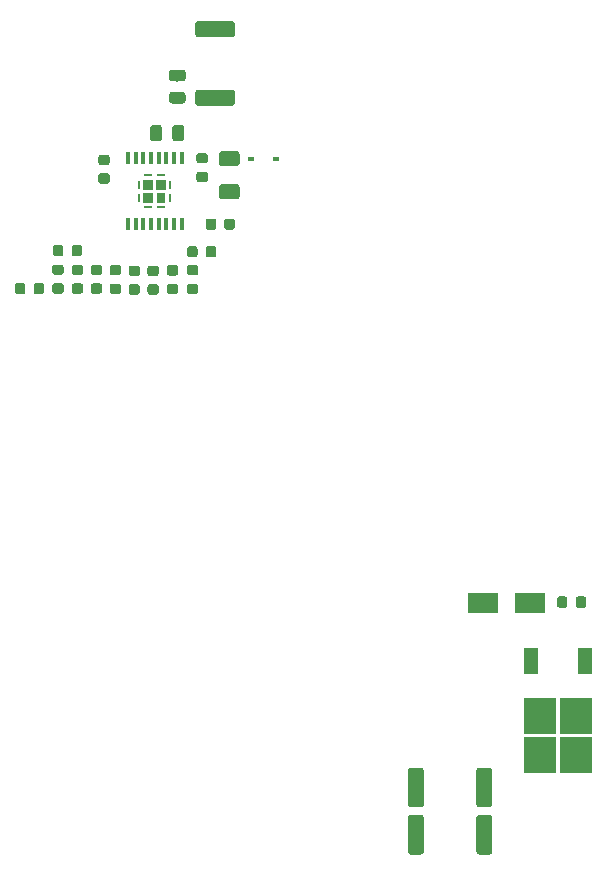
<source format=gbr>
G04 #@! TF.GenerationSoftware,KiCad,Pcbnew,(5.1.2)-2*
G04 #@! TF.CreationDate,2019-10-04T19:12:57-04:00*
G04 #@! TF.ProjectId,High_Current_Buck,48696768-5f43-4757-9272-656e745f4275,rev?*
G04 #@! TF.SameCoordinates,Original*
G04 #@! TF.FileFunction,Paste,Bot*
G04 #@! TF.FilePolarity,Positive*
%FSLAX46Y46*%
G04 Gerber Fmt 4.6, Leading zero omitted, Abs format (unit mm)*
G04 Created by KiCad (PCBNEW (5.1.2)-2) date 2019-10-04 19:12:57*
%MOMM*%
%LPD*%
G04 APERTURE LIST*
%ADD10C,0.100000*%
%ADD11C,0.875000*%
%ADD12C,1.350000*%
%ADD13C,0.975000*%
%ADD14R,0.800000X0.250000*%
%ADD15R,0.250000X0.800000*%
%ADD16R,0.800000X0.850000*%
%ADD17R,0.850000X0.850000*%
%ADD18R,0.450000X1.050000*%
%ADD19R,2.750000X3.050000*%
%ADD20R,1.200000X2.200000*%
%ADD21R,2.500000X1.800000*%
%ADD22R,0.600000X0.450000*%
%ADD23C,1.250000*%
G04 APERTURE END LIST*
D10*
G36*
X74765191Y-64826053D02*
G01*
X74786426Y-64829203D01*
X74807250Y-64834419D01*
X74827462Y-64841651D01*
X74846868Y-64850830D01*
X74865281Y-64861866D01*
X74882524Y-64874654D01*
X74898430Y-64889070D01*
X74912846Y-64904976D01*
X74925634Y-64922219D01*
X74936670Y-64940632D01*
X74945849Y-64960038D01*
X74953081Y-64980250D01*
X74958297Y-65001074D01*
X74961447Y-65022309D01*
X74962500Y-65043750D01*
X74962500Y-65556250D01*
X74961447Y-65577691D01*
X74958297Y-65598926D01*
X74953081Y-65619750D01*
X74945849Y-65639962D01*
X74936670Y-65659368D01*
X74925634Y-65677781D01*
X74912846Y-65695024D01*
X74898430Y-65710930D01*
X74882524Y-65725346D01*
X74865281Y-65738134D01*
X74846868Y-65749170D01*
X74827462Y-65758349D01*
X74807250Y-65765581D01*
X74786426Y-65770797D01*
X74765191Y-65773947D01*
X74743750Y-65775000D01*
X74306250Y-65775000D01*
X74284809Y-65773947D01*
X74263574Y-65770797D01*
X74242750Y-65765581D01*
X74222538Y-65758349D01*
X74203132Y-65749170D01*
X74184719Y-65738134D01*
X74167476Y-65725346D01*
X74151570Y-65710930D01*
X74137154Y-65695024D01*
X74124366Y-65677781D01*
X74113330Y-65659368D01*
X74104151Y-65639962D01*
X74096919Y-65619750D01*
X74091703Y-65598926D01*
X74088553Y-65577691D01*
X74087500Y-65556250D01*
X74087500Y-65043750D01*
X74088553Y-65022309D01*
X74091703Y-65001074D01*
X74096919Y-64980250D01*
X74104151Y-64960038D01*
X74113330Y-64940632D01*
X74124366Y-64922219D01*
X74137154Y-64904976D01*
X74151570Y-64889070D01*
X74167476Y-64874654D01*
X74184719Y-64861866D01*
X74203132Y-64850830D01*
X74222538Y-64841651D01*
X74242750Y-64834419D01*
X74263574Y-64829203D01*
X74284809Y-64826053D01*
X74306250Y-64825000D01*
X74743750Y-64825000D01*
X74765191Y-64826053D01*
X74765191Y-64826053D01*
G37*
D11*
X74525000Y-65300000D03*
D10*
G36*
X73190191Y-64826053D02*
G01*
X73211426Y-64829203D01*
X73232250Y-64834419D01*
X73252462Y-64841651D01*
X73271868Y-64850830D01*
X73290281Y-64861866D01*
X73307524Y-64874654D01*
X73323430Y-64889070D01*
X73337846Y-64904976D01*
X73350634Y-64922219D01*
X73361670Y-64940632D01*
X73370849Y-64960038D01*
X73378081Y-64980250D01*
X73383297Y-65001074D01*
X73386447Y-65022309D01*
X73387500Y-65043750D01*
X73387500Y-65556250D01*
X73386447Y-65577691D01*
X73383297Y-65598926D01*
X73378081Y-65619750D01*
X73370849Y-65639962D01*
X73361670Y-65659368D01*
X73350634Y-65677781D01*
X73337846Y-65695024D01*
X73323430Y-65710930D01*
X73307524Y-65725346D01*
X73290281Y-65738134D01*
X73271868Y-65749170D01*
X73252462Y-65758349D01*
X73232250Y-65765581D01*
X73211426Y-65770797D01*
X73190191Y-65773947D01*
X73168750Y-65775000D01*
X72731250Y-65775000D01*
X72709809Y-65773947D01*
X72688574Y-65770797D01*
X72667750Y-65765581D01*
X72647538Y-65758349D01*
X72628132Y-65749170D01*
X72609719Y-65738134D01*
X72592476Y-65725346D01*
X72576570Y-65710930D01*
X72562154Y-65695024D01*
X72549366Y-65677781D01*
X72538330Y-65659368D01*
X72529151Y-65639962D01*
X72521919Y-65619750D01*
X72516703Y-65598926D01*
X72513553Y-65577691D01*
X72512500Y-65556250D01*
X72512500Y-65043750D01*
X72513553Y-65022309D01*
X72516703Y-65001074D01*
X72521919Y-64980250D01*
X72529151Y-64960038D01*
X72538330Y-64940632D01*
X72549366Y-64922219D01*
X72562154Y-64904976D01*
X72576570Y-64889070D01*
X72592476Y-64874654D01*
X72609719Y-64861866D01*
X72628132Y-64850830D01*
X72647538Y-64841651D01*
X72667750Y-64834419D01*
X72688574Y-64829203D01*
X72709809Y-64826053D01*
X72731250Y-64825000D01*
X73168750Y-64825000D01*
X73190191Y-64826053D01*
X73190191Y-64826053D01*
G37*
D11*
X72950000Y-65300000D03*
D10*
G36*
X72477691Y-60863553D02*
G01*
X72498926Y-60866703D01*
X72519750Y-60871919D01*
X72539962Y-60879151D01*
X72559368Y-60888330D01*
X72577781Y-60899366D01*
X72595024Y-60912154D01*
X72610930Y-60926570D01*
X72625346Y-60942476D01*
X72638134Y-60959719D01*
X72649170Y-60978132D01*
X72658349Y-60997538D01*
X72665581Y-61017750D01*
X72670797Y-61038574D01*
X72673947Y-61059809D01*
X72675000Y-61081250D01*
X72675000Y-61518750D01*
X72673947Y-61540191D01*
X72670797Y-61561426D01*
X72665581Y-61582250D01*
X72658349Y-61602462D01*
X72649170Y-61621868D01*
X72638134Y-61640281D01*
X72625346Y-61657524D01*
X72610930Y-61673430D01*
X72595024Y-61687846D01*
X72577781Y-61700634D01*
X72559368Y-61711670D01*
X72539962Y-61720849D01*
X72519750Y-61728081D01*
X72498926Y-61733297D01*
X72477691Y-61736447D01*
X72456250Y-61737500D01*
X71943750Y-61737500D01*
X71922309Y-61736447D01*
X71901074Y-61733297D01*
X71880250Y-61728081D01*
X71860038Y-61720849D01*
X71840632Y-61711670D01*
X71822219Y-61700634D01*
X71804976Y-61687846D01*
X71789070Y-61673430D01*
X71774654Y-61657524D01*
X71761866Y-61640281D01*
X71750830Y-61621868D01*
X71741651Y-61602462D01*
X71734419Y-61582250D01*
X71729203Y-61561426D01*
X71726053Y-61540191D01*
X71725000Y-61518750D01*
X71725000Y-61081250D01*
X71726053Y-61059809D01*
X71729203Y-61038574D01*
X71734419Y-61017750D01*
X71741651Y-60997538D01*
X71750830Y-60978132D01*
X71761866Y-60959719D01*
X71774654Y-60942476D01*
X71789070Y-60926570D01*
X71804976Y-60912154D01*
X71822219Y-60899366D01*
X71840632Y-60888330D01*
X71860038Y-60879151D01*
X71880250Y-60871919D01*
X71901074Y-60866703D01*
X71922309Y-60863553D01*
X71943750Y-60862500D01*
X72456250Y-60862500D01*
X72477691Y-60863553D01*
X72477691Y-60863553D01*
G37*
D11*
X72200000Y-61300000D03*
D10*
G36*
X72477691Y-59288553D02*
G01*
X72498926Y-59291703D01*
X72519750Y-59296919D01*
X72539962Y-59304151D01*
X72559368Y-59313330D01*
X72577781Y-59324366D01*
X72595024Y-59337154D01*
X72610930Y-59351570D01*
X72625346Y-59367476D01*
X72638134Y-59384719D01*
X72649170Y-59403132D01*
X72658349Y-59422538D01*
X72665581Y-59442750D01*
X72670797Y-59463574D01*
X72673947Y-59484809D01*
X72675000Y-59506250D01*
X72675000Y-59943750D01*
X72673947Y-59965191D01*
X72670797Y-59986426D01*
X72665581Y-60007250D01*
X72658349Y-60027462D01*
X72649170Y-60046868D01*
X72638134Y-60065281D01*
X72625346Y-60082524D01*
X72610930Y-60098430D01*
X72595024Y-60112846D01*
X72577781Y-60125634D01*
X72559368Y-60136670D01*
X72539962Y-60145849D01*
X72519750Y-60153081D01*
X72498926Y-60158297D01*
X72477691Y-60161447D01*
X72456250Y-60162500D01*
X71943750Y-60162500D01*
X71922309Y-60161447D01*
X71901074Y-60158297D01*
X71880250Y-60153081D01*
X71860038Y-60145849D01*
X71840632Y-60136670D01*
X71822219Y-60125634D01*
X71804976Y-60112846D01*
X71789070Y-60098430D01*
X71774654Y-60082524D01*
X71761866Y-60065281D01*
X71750830Y-60046868D01*
X71741651Y-60027462D01*
X71734419Y-60007250D01*
X71729203Y-59986426D01*
X71726053Y-59965191D01*
X71725000Y-59943750D01*
X71725000Y-59506250D01*
X71726053Y-59484809D01*
X71729203Y-59463574D01*
X71734419Y-59442750D01*
X71741651Y-59422538D01*
X71750830Y-59403132D01*
X71761866Y-59384719D01*
X71774654Y-59367476D01*
X71789070Y-59351570D01*
X71804976Y-59337154D01*
X71822219Y-59324366D01*
X71840632Y-59313330D01*
X71860038Y-59304151D01*
X71880250Y-59296919D01*
X71901074Y-59291703D01*
X71922309Y-59288553D01*
X71943750Y-59287500D01*
X72456250Y-59287500D01*
X72477691Y-59288553D01*
X72477691Y-59288553D01*
G37*
D11*
X72200000Y-59725000D03*
D10*
G36*
X74749505Y-53926204D02*
G01*
X74773773Y-53929804D01*
X74797572Y-53935765D01*
X74820671Y-53944030D01*
X74842850Y-53954520D01*
X74863893Y-53967132D01*
X74883599Y-53981747D01*
X74901777Y-53998223D01*
X74918253Y-54016401D01*
X74932868Y-54036107D01*
X74945480Y-54057150D01*
X74955970Y-54079329D01*
X74964235Y-54102428D01*
X74970196Y-54126227D01*
X74973796Y-54150495D01*
X74975000Y-54174999D01*
X74975000Y-55025001D01*
X74973796Y-55049505D01*
X74970196Y-55073773D01*
X74964235Y-55097572D01*
X74955970Y-55120671D01*
X74945480Y-55142850D01*
X74932868Y-55163893D01*
X74918253Y-55183599D01*
X74901777Y-55201777D01*
X74883599Y-55218253D01*
X74863893Y-55232868D01*
X74842850Y-55245480D01*
X74820671Y-55255970D01*
X74797572Y-55264235D01*
X74773773Y-55270196D01*
X74749505Y-55273796D01*
X74725001Y-55275000D01*
X71874999Y-55275000D01*
X71850495Y-55273796D01*
X71826227Y-55270196D01*
X71802428Y-55264235D01*
X71779329Y-55255970D01*
X71757150Y-55245480D01*
X71736107Y-55232868D01*
X71716401Y-55218253D01*
X71698223Y-55201777D01*
X71681747Y-55183599D01*
X71667132Y-55163893D01*
X71654520Y-55142850D01*
X71644030Y-55120671D01*
X71635765Y-55097572D01*
X71629804Y-55073773D01*
X71626204Y-55049505D01*
X71625000Y-55025001D01*
X71625000Y-54174999D01*
X71626204Y-54150495D01*
X71629804Y-54126227D01*
X71635765Y-54102428D01*
X71644030Y-54079329D01*
X71654520Y-54057150D01*
X71667132Y-54036107D01*
X71681747Y-54016401D01*
X71698223Y-53998223D01*
X71716401Y-53981747D01*
X71736107Y-53967132D01*
X71757150Y-53954520D01*
X71779329Y-53944030D01*
X71802428Y-53935765D01*
X71826227Y-53929804D01*
X71850495Y-53926204D01*
X71874999Y-53925000D01*
X74725001Y-53925000D01*
X74749505Y-53926204D01*
X74749505Y-53926204D01*
G37*
D12*
X73300000Y-54600000D03*
D10*
G36*
X74749505Y-48126204D02*
G01*
X74773773Y-48129804D01*
X74797572Y-48135765D01*
X74820671Y-48144030D01*
X74842850Y-48154520D01*
X74863893Y-48167132D01*
X74883599Y-48181747D01*
X74901777Y-48198223D01*
X74918253Y-48216401D01*
X74932868Y-48236107D01*
X74945480Y-48257150D01*
X74955970Y-48279329D01*
X74964235Y-48302428D01*
X74970196Y-48326227D01*
X74973796Y-48350495D01*
X74975000Y-48374999D01*
X74975000Y-49225001D01*
X74973796Y-49249505D01*
X74970196Y-49273773D01*
X74964235Y-49297572D01*
X74955970Y-49320671D01*
X74945480Y-49342850D01*
X74932868Y-49363893D01*
X74918253Y-49383599D01*
X74901777Y-49401777D01*
X74883599Y-49418253D01*
X74863893Y-49432868D01*
X74842850Y-49445480D01*
X74820671Y-49455970D01*
X74797572Y-49464235D01*
X74773773Y-49470196D01*
X74749505Y-49473796D01*
X74725001Y-49475000D01*
X71874999Y-49475000D01*
X71850495Y-49473796D01*
X71826227Y-49470196D01*
X71802428Y-49464235D01*
X71779329Y-49455970D01*
X71757150Y-49445480D01*
X71736107Y-49432868D01*
X71716401Y-49418253D01*
X71698223Y-49401777D01*
X71681747Y-49383599D01*
X71667132Y-49363893D01*
X71654520Y-49342850D01*
X71644030Y-49320671D01*
X71635765Y-49297572D01*
X71629804Y-49273773D01*
X71626204Y-49249505D01*
X71625000Y-49225001D01*
X71625000Y-48374999D01*
X71626204Y-48350495D01*
X71629804Y-48326227D01*
X71635765Y-48302428D01*
X71644030Y-48279329D01*
X71654520Y-48257150D01*
X71667132Y-48236107D01*
X71681747Y-48216401D01*
X71698223Y-48198223D01*
X71716401Y-48181747D01*
X71736107Y-48167132D01*
X71757150Y-48154520D01*
X71779329Y-48144030D01*
X71802428Y-48135765D01*
X71826227Y-48129804D01*
X71850495Y-48126204D01*
X71874999Y-48125000D01*
X74725001Y-48125000D01*
X74749505Y-48126204D01*
X74749505Y-48126204D01*
G37*
D12*
X73300000Y-48800000D03*
D10*
G36*
X70580142Y-54113674D02*
G01*
X70603803Y-54117184D01*
X70627007Y-54122996D01*
X70649529Y-54131054D01*
X70671153Y-54141282D01*
X70691670Y-54153579D01*
X70710883Y-54167829D01*
X70728607Y-54183893D01*
X70744671Y-54201617D01*
X70758921Y-54220830D01*
X70771218Y-54241347D01*
X70781446Y-54262971D01*
X70789504Y-54285493D01*
X70795316Y-54308697D01*
X70798826Y-54332358D01*
X70800000Y-54356250D01*
X70800000Y-54843750D01*
X70798826Y-54867642D01*
X70795316Y-54891303D01*
X70789504Y-54914507D01*
X70781446Y-54937029D01*
X70771218Y-54958653D01*
X70758921Y-54979170D01*
X70744671Y-54998383D01*
X70728607Y-55016107D01*
X70710883Y-55032171D01*
X70691670Y-55046421D01*
X70671153Y-55058718D01*
X70649529Y-55068946D01*
X70627007Y-55077004D01*
X70603803Y-55082816D01*
X70580142Y-55086326D01*
X70556250Y-55087500D01*
X69643750Y-55087500D01*
X69619858Y-55086326D01*
X69596197Y-55082816D01*
X69572993Y-55077004D01*
X69550471Y-55068946D01*
X69528847Y-55058718D01*
X69508330Y-55046421D01*
X69489117Y-55032171D01*
X69471393Y-55016107D01*
X69455329Y-54998383D01*
X69441079Y-54979170D01*
X69428782Y-54958653D01*
X69418554Y-54937029D01*
X69410496Y-54914507D01*
X69404684Y-54891303D01*
X69401174Y-54867642D01*
X69400000Y-54843750D01*
X69400000Y-54356250D01*
X69401174Y-54332358D01*
X69404684Y-54308697D01*
X69410496Y-54285493D01*
X69418554Y-54262971D01*
X69428782Y-54241347D01*
X69441079Y-54220830D01*
X69455329Y-54201617D01*
X69471393Y-54183893D01*
X69489117Y-54167829D01*
X69508330Y-54153579D01*
X69528847Y-54141282D01*
X69550471Y-54131054D01*
X69572993Y-54122996D01*
X69596197Y-54117184D01*
X69619858Y-54113674D01*
X69643750Y-54112500D01*
X70556250Y-54112500D01*
X70580142Y-54113674D01*
X70580142Y-54113674D01*
G37*
D13*
X70100000Y-54600000D03*
D10*
G36*
X70580142Y-52238674D02*
G01*
X70603803Y-52242184D01*
X70627007Y-52247996D01*
X70649529Y-52256054D01*
X70671153Y-52266282D01*
X70691670Y-52278579D01*
X70710883Y-52292829D01*
X70728607Y-52308893D01*
X70744671Y-52326617D01*
X70758921Y-52345830D01*
X70771218Y-52366347D01*
X70781446Y-52387971D01*
X70789504Y-52410493D01*
X70795316Y-52433697D01*
X70798826Y-52457358D01*
X70800000Y-52481250D01*
X70800000Y-52968750D01*
X70798826Y-52992642D01*
X70795316Y-53016303D01*
X70789504Y-53039507D01*
X70781446Y-53062029D01*
X70771218Y-53083653D01*
X70758921Y-53104170D01*
X70744671Y-53123383D01*
X70728607Y-53141107D01*
X70710883Y-53157171D01*
X70691670Y-53171421D01*
X70671153Y-53183718D01*
X70649529Y-53193946D01*
X70627007Y-53202004D01*
X70603803Y-53207816D01*
X70580142Y-53211326D01*
X70556250Y-53212500D01*
X69643750Y-53212500D01*
X69619858Y-53211326D01*
X69596197Y-53207816D01*
X69572993Y-53202004D01*
X69550471Y-53193946D01*
X69528847Y-53183718D01*
X69508330Y-53171421D01*
X69489117Y-53157171D01*
X69471393Y-53141107D01*
X69455329Y-53123383D01*
X69441079Y-53104170D01*
X69428782Y-53083653D01*
X69418554Y-53062029D01*
X69410496Y-53039507D01*
X69404684Y-53016303D01*
X69401174Y-52992642D01*
X69400000Y-52968750D01*
X69400000Y-52481250D01*
X69401174Y-52457358D01*
X69404684Y-52433697D01*
X69410496Y-52410493D01*
X69418554Y-52387971D01*
X69428782Y-52366347D01*
X69441079Y-52345830D01*
X69455329Y-52326617D01*
X69471393Y-52308893D01*
X69489117Y-52292829D01*
X69508330Y-52278579D01*
X69528847Y-52266282D01*
X69550471Y-52256054D01*
X69572993Y-52247996D01*
X69596197Y-52242184D01*
X69619858Y-52238674D01*
X69643750Y-52237500D01*
X70556250Y-52237500D01*
X70580142Y-52238674D01*
X70580142Y-52238674D01*
G37*
D13*
X70100000Y-52725000D03*
D10*
G36*
X68567642Y-56901174D02*
G01*
X68591303Y-56904684D01*
X68614507Y-56910496D01*
X68637029Y-56918554D01*
X68658653Y-56928782D01*
X68679170Y-56941079D01*
X68698383Y-56955329D01*
X68716107Y-56971393D01*
X68732171Y-56989117D01*
X68746421Y-57008330D01*
X68758718Y-57028847D01*
X68768946Y-57050471D01*
X68777004Y-57072993D01*
X68782816Y-57096197D01*
X68786326Y-57119858D01*
X68787500Y-57143750D01*
X68787500Y-58056250D01*
X68786326Y-58080142D01*
X68782816Y-58103803D01*
X68777004Y-58127007D01*
X68768946Y-58149529D01*
X68758718Y-58171153D01*
X68746421Y-58191670D01*
X68732171Y-58210883D01*
X68716107Y-58228607D01*
X68698383Y-58244671D01*
X68679170Y-58258921D01*
X68658653Y-58271218D01*
X68637029Y-58281446D01*
X68614507Y-58289504D01*
X68591303Y-58295316D01*
X68567642Y-58298826D01*
X68543750Y-58300000D01*
X68056250Y-58300000D01*
X68032358Y-58298826D01*
X68008697Y-58295316D01*
X67985493Y-58289504D01*
X67962971Y-58281446D01*
X67941347Y-58271218D01*
X67920830Y-58258921D01*
X67901617Y-58244671D01*
X67883893Y-58228607D01*
X67867829Y-58210883D01*
X67853579Y-58191670D01*
X67841282Y-58171153D01*
X67831054Y-58149529D01*
X67822996Y-58127007D01*
X67817184Y-58103803D01*
X67813674Y-58080142D01*
X67812500Y-58056250D01*
X67812500Y-57143750D01*
X67813674Y-57119858D01*
X67817184Y-57096197D01*
X67822996Y-57072993D01*
X67831054Y-57050471D01*
X67841282Y-57028847D01*
X67853579Y-57008330D01*
X67867829Y-56989117D01*
X67883893Y-56971393D01*
X67901617Y-56955329D01*
X67920830Y-56941079D01*
X67941347Y-56928782D01*
X67962971Y-56918554D01*
X67985493Y-56910496D01*
X68008697Y-56904684D01*
X68032358Y-56901174D01*
X68056250Y-56900000D01*
X68543750Y-56900000D01*
X68567642Y-56901174D01*
X68567642Y-56901174D01*
G37*
D13*
X68300000Y-57600000D03*
D10*
G36*
X70442642Y-56901174D02*
G01*
X70466303Y-56904684D01*
X70489507Y-56910496D01*
X70512029Y-56918554D01*
X70533653Y-56928782D01*
X70554170Y-56941079D01*
X70573383Y-56955329D01*
X70591107Y-56971393D01*
X70607171Y-56989117D01*
X70621421Y-57008330D01*
X70633718Y-57028847D01*
X70643946Y-57050471D01*
X70652004Y-57072993D01*
X70657816Y-57096197D01*
X70661326Y-57119858D01*
X70662500Y-57143750D01*
X70662500Y-58056250D01*
X70661326Y-58080142D01*
X70657816Y-58103803D01*
X70652004Y-58127007D01*
X70643946Y-58149529D01*
X70633718Y-58171153D01*
X70621421Y-58191670D01*
X70607171Y-58210883D01*
X70591107Y-58228607D01*
X70573383Y-58244671D01*
X70554170Y-58258921D01*
X70533653Y-58271218D01*
X70512029Y-58281446D01*
X70489507Y-58289504D01*
X70466303Y-58295316D01*
X70442642Y-58298826D01*
X70418750Y-58300000D01*
X69931250Y-58300000D01*
X69907358Y-58298826D01*
X69883697Y-58295316D01*
X69860493Y-58289504D01*
X69837971Y-58281446D01*
X69816347Y-58271218D01*
X69795830Y-58258921D01*
X69776617Y-58244671D01*
X69758893Y-58228607D01*
X69742829Y-58210883D01*
X69728579Y-58191670D01*
X69716282Y-58171153D01*
X69706054Y-58149529D01*
X69697996Y-58127007D01*
X69692184Y-58103803D01*
X69688674Y-58080142D01*
X69687500Y-58056250D01*
X69687500Y-57143750D01*
X69688674Y-57119858D01*
X69692184Y-57096197D01*
X69697996Y-57072993D01*
X69706054Y-57050471D01*
X69716282Y-57028847D01*
X69728579Y-57008330D01*
X69742829Y-56989117D01*
X69758893Y-56971393D01*
X69776617Y-56955329D01*
X69795830Y-56941079D01*
X69816347Y-56928782D01*
X69837971Y-56918554D01*
X69860493Y-56910496D01*
X69883697Y-56904684D01*
X69907358Y-56901174D01*
X69931250Y-56900000D01*
X70418750Y-56900000D01*
X70442642Y-56901174D01*
X70442642Y-56901174D01*
G37*
D13*
X70175000Y-57600000D03*
D14*
X67650000Y-63825000D03*
X67650000Y-61175000D03*
X68750000Y-61175000D03*
X68750000Y-63825000D03*
D15*
X66875000Y-63050000D03*
X66875000Y-61950000D03*
X69525000Y-61950000D03*
X69525000Y-63050000D03*
D16*
X68750000Y-63050000D03*
D17*
X68750000Y-61950000D03*
X67650000Y-61950000D03*
X67650000Y-63050000D03*
D18*
X70475000Y-59725000D03*
X69825000Y-59725000D03*
X69175000Y-59725000D03*
X68525000Y-59725000D03*
X67875000Y-59725000D03*
X67225000Y-59725000D03*
X66575000Y-59725000D03*
X65925000Y-59725000D03*
X65925000Y-65275000D03*
X66575000Y-65275000D03*
X67225000Y-65275000D03*
X67875000Y-65275000D03*
X68525000Y-65275000D03*
X69175000Y-65275000D03*
X69825000Y-65275000D03*
X70475000Y-65275000D03*
D10*
G36*
X61927691Y-68738553D02*
G01*
X61948926Y-68741703D01*
X61969750Y-68746919D01*
X61989962Y-68754151D01*
X62009368Y-68763330D01*
X62027781Y-68774366D01*
X62045024Y-68787154D01*
X62060930Y-68801570D01*
X62075346Y-68817476D01*
X62088134Y-68834719D01*
X62099170Y-68853132D01*
X62108349Y-68872538D01*
X62115581Y-68892750D01*
X62120797Y-68913574D01*
X62123947Y-68934809D01*
X62125000Y-68956250D01*
X62125000Y-69393750D01*
X62123947Y-69415191D01*
X62120797Y-69436426D01*
X62115581Y-69457250D01*
X62108349Y-69477462D01*
X62099170Y-69496868D01*
X62088134Y-69515281D01*
X62075346Y-69532524D01*
X62060930Y-69548430D01*
X62045024Y-69562846D01*
X62027781Y-69575634D01*
X62009368Y-69586670D01*
X61989962Y-69595849D01*
X61969750Y-69603081D01*
X61948926Y-69608297D01*
X61927691Y-69611447D01*
X61906250Y-69612500D01*
X61393750Y-69612500D01*
X61372309Y-69611447D01*
X61351074Y-69608297D01*
X61330250Y-69603081D01*
X61310038Y-69595849D01*
X61290632Y-69586670D01*
X61272219Y-69575634D01*
X61254976Y-69562846D01*
X61239070Y-69548430D01*
X61224654Y-69532524D01*
X61211866Y-69515281D01*
X61200830Y-69496868D01*
X61191651Y-69477462D01*
X61184419Y-69457250D01*
X61179203Y-69436426D01*
X61176053Y-69415191D01*
X61175000Y-69393750D01*
X61175000Y-68956250D01*
X61176053Y-68934809D01*
X61179203Y-68913574D01*
X61184419Y-68892750D01*
X61191651Y-68872538D01*
X61200830Y-68853132D01*
X61211866Y-68834719D01*
X61224654Y-68817476D01*
X61239070Y-68801570D01*
X61254976Y-68787154D01*
X61272219Y-68774366D01*
X61290632Y-68763330D01*
X61310038Y-68754151D01*
X61330250Y-68746919D01*
X61351074Y-68741703D01*
X61372309Y-68738553D01*
X61393750Y-68737500D01*
X61906250Y-68737500D01*
X61927691Y-68738553D01*
X61927691Y-68738553D01*
G37*
D11*
X61650000Y-69175000D03*
D10*
G36*
X61927691Y-70313553D02*
G01*
X61948926Y-70316703D01*
X61969750Y-70321919D01*
X61989962Y-70329151D01*
X62009368Y-70338330D01*
X62027781Y-70349366D01*
X62045024Y-70362154D01*
X62060930Y-70376570D01*
X62075346Y-70392476D01*
X62088134Y-70409719D01*
X62099170Y-70428132D01*
X62108349Y-70447538D01*
X62115581Y-70467750D01*
X62120797Y-70488574D01*
X62123947Y-70509809D01*
X62125000Y-70531250D01*
X62125000Y-70968750D01*
X62123947Y-70990191D01*
X62120797Y-71011426D01*
X62115581Y-71032250D01*
X62108349Y-71052462D01*
X62099170Y-71071868D01*
X62088134Y-71090281D01*
X62075346Y-71107524D01*
X62060930Y-71123430D01*
X62045024Y-71137846D01*
X62027781Y-71150634D01*
X62009368Y-71161670D01*
X61989962Y-71170849D01*
X61969750Y-71178081D01*
X61948926Y-71183297D01*
X61927691Y-71186447D01*
X61906250Y-71187500D01*
X61393750Y-71187500D01*
X61372309Y-71186447D01*
X61351074Y-71183297D01*
X61330250Y-71178081D01*
X61310038Y-71170849D01*
X61290632Y-71161670D01*
X61272219Y-71150634D01*
X61254976Y-71137846D01*
X61239070Y-71123430D01*
X61224654Y-71107524D01*
X61211866Y-71090281D01*
X61200830Y-71071868D01*
X61191651Y-71052462D01*
X61184419Y-71032250D01*
X61179203Y-71011426D01*
X61176053Y-70990191D01*
X61175000Y-70968750D01*
X61175000Y-70531250D01*
X61176053Y-70509809D01*
X61179203Y-70488574D01*
X61184419Y-70467750D01*
X61191651Y-70447538D01*
X61200830Y-70428132D01*
X61211866Y-70409719D01*
X61224654Y-70392476D01*
X61239070Y-70376570D01*
X61254976Y-70362154D01*
X61272219Y-70349366D01*
X61290632Y-70338330D01*
X61310038Y-70329151D01*
X61330250Y-70321919D01*
X61351074Y-70316703D01*
X61372309Y-70313553D01*
X61393750Y-70312500D01*
X61906250Y-70312500D01*
X61927691Y-70313553D01*
X61927691Y-70313553D01*
G37*
D11*
X61650000Y-70750000D03*
D10*
G36*
X65127691Y-70338553D02*
G01*
X65148926Y-70341703D01*
X65169750Y-70346919D01*
X65189962Y-70354151D01*
X65209368Y-70363330D01*
X65227781Y-70374366D01*
X65245024Y-70387154D01*
X65260930Y-70401570D01*
X65275346Y-70417476D01*
X65288134Y-70434719D01*
X65299170Y-70453132D01*
X65308349Y-70472538D01*
X65315581Y-70492750D01*
X65320797Y-70513574D01*
X65323947Y-70534809D01*
X65325000Y-70556250D01*
X65325000Y-70993750D01*
X65323947Y-71015191D01*
X65320797Y-71036426D01*
X65315581Y-71057250D01*
X65308349Y-71077462D01*
X65299170Y-71096868D01*
X65288134Y-71115281D01*
X65275346Y-71132524D01*
X65260930Y-71148430D01*
X65245024Y-71162846D01*
X65227781Y-71175634D01*
X65209368Y-71186670D01*
X65189962Y-71195849D01*
X65169750Y-71203081D01*
X65148926Y-71208297D01*
X65127691Y-71211447D01*
X65106250Y-71212500D01*
X64593750Y-71212500D01*
X64572309Y-71211447D01*
X64551074Y-71208297D01*
X64530250Y-71203081D01*
X64510038Y-71195849D01*
X64490632Y-71186670D01*
X64472219Y-71175634D01*
X64454976Y-71162846D01*
X64439070Y-71148430D01*
X64424654Y-71132524D01*
X64411866Y-71115281D01*
X64400830Y-71096868D01*
X64391651Y-71077462D01*
X64384419Y-71057250D01*
X64379203Y-71036426D01*
X64376053Y-71015191D01*
X64375000Y-70993750D01*
X64375000Y-70556250D01*
X64376053Y-70534809D01*
X64379203Y-70513574D01*
X64384419Y-70492750D01*
X64391651Y-70472538D01*
X64400830Y-70453132D01*
X64411866Y-70434719D01*
X64424654Y-70417476D01*
X64439070Y-70401570D01*
X64454976Y-70387154D01*
X64472219Y-70374366D01*
X64490632Y-70363330D01*
X64510038Y-70354151D01*
X64530250Y-70346919D01*
X64551074Y-70341703D01*
X64572309Y-70338553D01*
X64593750Y-70337500D01*
X65106250Y-70337500D01*
X65127691Y-70338553D01*
X65127691Y-70338553D01*
G37*
D11*
X64850000Y-70775000D03*
D10*
G36*
X65127691Y-68763553D02*
G01*
X65148926Y-68766703D01*
X65169750Y-68771919D01*
X65189962Y-68779151D01*
X65209368Y-68788330D01*
X65227781Y-68799366D01*
X65245024Y-68812154D01*
X65260930Y-68826570D01*
X65275346Y-68842476D01*
X65288134Y-68859719D01*
X65299170Y-68878132D01*
X65308349Y-68897538D01*
X65315581Y-68917750D01*
X65320797Y-68938574D01*
X65323947Y-68959809D01*
X65325000Y-68981250D01*
X65325000Y-69418750D01*
X65323947Y-69440191D01*
X65320797Y-69461426D01*
X65315581Y-69482250D01*
X65308349Y-69502462D01*
X65299170Y-69521868D01*
X65288134Y-69540281D01*
X65275346Y-69557524D01*
X65260930Y-69573430D01*
X65245024Y-69587846D01*
X65227781Y-69600634D01*
X65209368Y-69611670D01*
X65189962Y-69620849D01*
X65169750Y-69628081D01*
X65148926Y-69633297D01*
X65127691Y-69636447D01*
X65106250Y-69637500D01*
X64593750Y-69637500D01*
X64572309Y-69636447D01*
X64551074Y-69633297D01*
X64530250Y-69628081D01*
X64510038Y-69620849D01*
X64490632Y-69611670D01*
X64472219Y-69600634D01*
X64454976Y-69587846D01*
X64439070Y-69573430D01*
X64424654Y-69557524D01*
X64411866Y-69540281D01*
X64400830Y-69521868D01*
X64391651Y-69502462D01*
X64384419Y-69482250D01*
X64379203Y-69461426D01*
X64376053Y-69440191D01*
X64375000Y-69418750D01*
X64375000Y-68981250D01*
X64376053Y-68959809D01*
X64379203Y-68938574D01*
X64384419Y-68917750D01*
X64391651Y-68897538D01*
X64400830Y-68878132D01*
X64411866Y-68859719D01*
X64424654Y-68842476D01*
X64439070Y-68826570D01*
X64454976Y-68812154D01*
X64472219Y-68799366D01*
X64490632Y-68788330D01*
X64510038Y-68779151D01*
X64530250Y-68771919D01*
X64551074Y-68766703D01*
X64572309Y-68763553D01*
X64593750Y-68762500D01*
X65106250Y-68762500D01*
X65127691Y-68763553D01*
X65127691Y-68763553D01*
G37*
D11*
X64850000Y-69200000D03*
D10*
G36*
X102940191Y-96826053D02*
G01*
X102961426Y-96829203D01*
X102982250Y-96834419D01*
X103002462Y-96841651D01*
X103021868Y-96850830D01*
X103040281Y-96861866D01*
X103057524Y-96874654D01*
X103073430Y-96889070D01*
X103087846Y-96904976D01*
X103100634Y-96922219D01*
X103111670Y-96940632D01*
X103120849Y-96960038D01*
X103128081Y-96980250D01*
X103133297Y-97001074D01*
X103136447Y-97022309D01*
X103137500Y-97043750D01*
X103137500Y-97556250D01*
X103136447Y-97577691D01*
X103133297Y-97598926D01*
X103128081Y-97619750D01*
X103120849Y-97639962D01*
X103111670Y-97659368D01*
X103100634Y-97677781D01*
X103087846Y-97695024D01*
X103073430Y-97710930D01*
X103057524Y-97725346D01*
X103040281Y-97738134D01*
X103021868Y-97749170D01*
X103002462Y-97758349D01*
X102982250Y-97765581D01*
X102961426Y-97770797D01*
X102940191Y-97773947D01*
X102918750Y-97775000D01*
X102481250Y-97775000D01*
X102459809Y-97773947D01*
X102438574Y-97770797D01*
X102417750Y-97765581D01*
X102397538Y-97758349D01*
X102378132Y-97749170D01*
X102359719Y-97738134D01*
X102342476Y-97725346D01*
X102326570Y-97710930D01*
X102312154Y-97695024D01*
X102299366Y-97677781D01*
X102288330Y-97659368D01*
X102279151Y-97639962D01*
X102271919Y-97619750D01*
X102266703Y-97598926D01*
X102263553Y-97577691D01*
X102262500Y-97556250D01*
X102262500Y-97043750D01*
X102263553Y-97022309D01*
X102266703Y-97001074D01*
X102271919Y-96980250D01*
X102279151Y-96960038D01*
X102288330Y-96940632D01*
X102299366Y-96922219D01*
X102312154Y-96904976D01*
X102326570Y-96889070D01*
X102342476Y-96874654D01*
X102359719Y-96861866D01*
X102378132Y-96850830D01*
X102397538Y-96841651D01*
X102417750Y-96834419D01*
X102438574Y-96829203D01*
X102459809Y-96826053D01*
X102481250Y-96825000D01*
X102918750Y-96825000D01*
X102940191Y-96826053D01*
X102940191Y-96826053D01*
G37*
D11*
X102700000Y-97300000D03*
D10*
G36*
X104515191Y-96826053D02*
G01*
X104536426Y-96829203D01*
X104557250Y-96834419D01*
X104577462Y-96841651D01*
X104596868Y-96850830D01*
X104615281Y-96861866D01*
X104632524Y-96874654D01*
X104648430Y-96889070D01*
X104662846Y-96904976D01*
X104675634Y-96922219D01*
X104686670Y-96940632D01*
X104695849Y-96960038D01*
X104703081Y-96980250D01*
X104708297Y-97001074D01*
X104711447Y-97022309D01*
X104712500Y-97043750D01*
X104712500Y-97556250D01*
X104711447Y-97577691D01*
X104708297Y-97598926D01*
X104703081Y-97619750D01*
X104695849Y-97639962D01*
X104686670Y-97659368D01*
X104675634Y-97677781D01*
X104662846Y-97695024D01*
X104648430Y-97710930D01*
X104632524Y-97725346D01*
X104615281Y-97738134D01*
X104596868Y-97749170D01*
X104577462Y-97758349D01*
X104557250Y-97765581D01*
X104536426Y-97770797D01*
X104515191Y-97773947D01*
X104493750Y-97775000D01*
X104056250Y-97775000D01*
X104034809Y-97773947D01*
X104013574Y-97770797D01*
X103992750Y-97765581D01*
X103972538Y-97758349D01*
X103953132Y-97749170D01*
X103934719Y-97738134D01*
X103917476Y-97725346D01*
X103901570Y-97710930D01*
X103887154Y-97695024D01*
X103874366Y-97677781D01*
X103863330Y-97659368D01*
X103854151Y-97639962D01*
X103846919Y-97619750D01*
X103841703Y-97598926D01*
X103838553Y-97577691D01*
X103837500Y-97556250D01*
X103837500Y-97043750D01*
X103838553Y-97022309D01*
X103841703Y-97001074D01*
X103846919Y-96980250D01*
X103854151Y-96960038D01*
X103863330Y-96940632D01*
X103874366Y-96922219D01*
X103887154Y-96904976D01*
X103901570Y-96889070D01*
X103917476Y-96874654D01*
X103934719Y-96861866D01*
X103953132Y-96850830D01*
X103972538Y-96841651D01*
X103992750Y-96834419D01*
X104013574Y-96829203D01*
X104034809Y-96826053D01*
X104056250Y-96825000D01*
X104493750Y-96825000D01*
X104515191Y-96826053D01*
X104515191Y-96826053D01*
G37*
D11*
X104275000Y-97300000D03*
D10*
G36*
X68327691Y-70388553D02*
G01*
X68348926Y-70391703D01*
X68369750Y-70396919D01*
X68389962Y-70404151D01*
X68409368Y-70413330D01*
X68427781Y-70424366D01*
X68445024Y-70437154D01*
X68460930Y-70451570D01*
X68475346Y-70467476D01*
X68488134Y-70484719D01*
X68499170Y-70503132D01*
X68508349Y-70522538D01*
X68515581Y-70542750D01*
X68520797Y-70563574D01*
X68523947Y-70584809D01*
X68525000Y-70606250D01*
X68525000Y-71043750D01*
X68523947Y-71065191D01*
X68520797Y-71086426D01*
X68515581Y-71107250D01*
X68508349Y-71127462D01*
X68499170Y-71146868D01*
X68488134Y-71165281D01*
X68475346Y-71182524D01*
X68460930Y-71198430D01*
X68445024Y-71212846D01*
X68427781Y-71225634D01*
X68409368Y-71236670D01*
X68389962Y-71245849D01*
X68369750Y-71253081D01*
X68348926Y-71258297D01*
X68327691Y-71261447D01*
X68306250Y-71262500D01*
X67793750Y-71262500D01*
X67772309Y-71261447D01*
X67751074Y-71258297D01*
X67730250Y-71253081D01*
X67710038Y-71245849D01*
X67690632Y-71236670D01*
X67672219Y-71225634D01*
X67654976Y-71212846D01*
X67639070Y-71198430D01*
X67624654Y-71182524D01*
X67611866Y-71165281D01*
X67600830Y-71146868D01*
X67591651Y-71127462D01*
X67584419Y-71107250D01*
X67579203Y-71086426D01*
X67576053Y-71065191D01*
X67575000Y-71043750D01*
X67575000Y-70606250D01*
X67576053Y-70584809D01*
X67579203Y-70563574D01*
X67584419Y-70542750D01*
X67591651Y-70522538D01*
X67600830Y-70503132D01*
X67611866Y-70484719D01*
X67624654Y-70467476D01*
X67639070Y-70451570D01*
X67654976Y-70437154D01*
X67672219Y-70424366D01*
X67690632Y-70413330D01*
X67710038Y-70404151D01*
X67730250Y-70396919D01*
X67751074Y-70391703D01*
X67772309Y-70388553D01*
X67793750Y-70387500D01*
X68306250Y-70387500D01*
X68327691Y-70388553D01*
X68327691Y-70388553D01*
G37*
D11*
X68050000Y-70825000D03*
D10*
G36*
X68327691Y-68813553D02*
G01*
X68348926Y-68816703D01*
X68369750Y-68821919D01*
X68389962Y-68829151D01*
X68409368Y-68838330D01*
X68427781Y-68849366D01*
X68445024Y-68862154D01*
X68460930Y-68876570D01*
X68475346Y-68892476D01*
X68488134Y-68909719D01*
X68499170Y-68928132D01*
X68508349Y-68947538D01*
X68515581Y-68967750D01*
X68520797Y-68988574D01*
X68523947Y-69009809D01*
X68525000Y-69031250D01*
X68525000Y-69468750D01*
X68523947Y-69490191D01*
X68520797Y-69511426D01*
X68515581Y-69532250D01*
X68508349Y-69552462D01*
X68499170Y-69571868D01*
X68488134Y-69590281D01*
X68475346Y-69607524D01*
X68460930Y-69623430D01*
X68445024Y-69637846D01*
X68427781Y-69650634D01*
X68409368Y-69661670D01*
X68389962Y-69670849D01*
X68369750Y-69678081D01*
X68348926Y-69683297D01*
X68327691Y-69686447D01*
X68306250Y-69687500D01*
X67793750Y-69687500D01*
X67772309Y-69686447D01*
X67751074Y-69683297D01*
X67730250Y-69678081D01*
X67710038Y-69670849D01*
X67690632Y-69661670D01*
X67672219Y-69650634D01*
X67654976Y-69637846D01*
X67639070Y-69623430D01*
X67624654Y-69607524D01*
X67611866Y-69590281D01*
X67600830Y-69571868D01*
X67591651Y-69552462D01*
X67584419Y-69532250D01*
X67579203Y-69511426D01*
X67576053Y-69490191D01*
X67575000Y-69468750D01*
X67575000Y-69031250D01*
X67576053Y-69009809D01*
X67579203Y-68988574D01*
X67584419Y-68967750D01*
X67591651Y-68947538D01*
X67600830Y-68928132D01*
X67611866Y-68909719D01*
X67624654Y-68892476D01*
X67639070Y-68876570D01*
X67654976Y-68862154D01*
X67672219Y-68849366D01*
X67690632Y-68838330D01*
X67710038Y-68829151D01*
X67730250Y-68821919D01*
X67751074Y-68816703D01*
X67772309Y-68813553D01*
X67793750Y-68812500D01*
X68306250Y-68812500D01*
X68327691Y-68813553D01*
X68327691Y-68813553D01*
G37*
D11*
X68050000Y-69250000D03*
D10*
G36*
X96549505Y-111326204D02*
G01*
X96573773Y-111329804D01*
X96597572Y-111335765D01*
X96620671Y-111344030D01*
X96642850Y-111354520D01*
X96663893Y-111367132D01*
X96683599Y-111381747D01*
X96701777Y-111398223D01*
X96718253Y-111416401D01*
X96732868Y-111436107D01*
X96745480Y-111457150D01*
X96755970Y-111479329D01*
X96764235Y-111502428D01*
X96770196Y-111526227D01*
X96773796Y-111550495D01*
X96775000Y-111574999D01*
X96775000Y-114425001D01*
X96773796Y-114449505D01*
X96770196Y-114473773D01*
X96764235Y-114497572D01*
X96755970Y-114520671D01*
X96745480Y-114542850D01*
X96732868Y-114563893D01*
X96718253Y-114583599D01*
X96701777Y-114601777D01*
X96683599Y-114618253D01*
X96663893Y-114632868D01*
X96642850Y-114645480D01*
X96620671Y-114655970D01*
X96597572Y-114664235D01*
X96573773Y-114670196D01*
X96549505Y-114673796D01*
X96525001Y-114675000D01*
X95674999Y-114675000D01*
X95650495Y-114673796D01*
X95626227Y-114670196D01*
X95602428Y-114664235D01*
X95579329Y-114655970D01*
X95557150Y-114645480D01*
X95536107Y-114632868D01*
X95516401Y-114618253D01*
X95498223Y-114601777D01*
X95481747Y-114583599D01*
X95467132Y-114563893D01*
X95454520Y-114542850D01*
X95444030Y-114520671D01*
X95435765Y-114497572D01*
X95429804Y-114473773D01*
X95426204Y-114449505D01*
X95425000Y-114425001D01*
X95425000Y-111574999D01*
X95426204Y-111550495D01*
X95429804Y-111526227D01*
X95435765Y-111502428D01*
X95444030Y-111479329D01*
X95454520Y-111457150D01*
X95467132Y-111436107D01*
X95481747Y-111416401D01*
X95498223Y-111398223D01*
X95516401Y-111381747D01*
X95536107Y-111367132D01*
X95557150Y-111354520D01*
X95579329Y-111344030D01*
X95602428Y-111335765D01*
X95626227Y-111329804D01*
X95650495Y-111326204D01*
X95674999Y-111325000D01*
X96525001Y-111325000D01*
X96549505Y-111326204D01*
X96549505Y-111326204D01*
G37*
D12*
X96100000Y-113000000D03*
D10*
G36*
X90749505Y-111326204D02*
G01*
X90773773Y-111329804D01*
X90797572Y-111335765D01*
X90820671Y-111344030D01*
X90842850Y-111354520D01*
X90863893Y-111367132D01*
X90883599Y-111381747D01*
X90901777Y-111398223D01*
X90918253Y-111416401D01*
X90932868Y-111436107D01*
X90945480Y-111457150D01*
X90955970Y-111479329D01*
X90964235Y-111502428D01*
X90970196Y-111526227D01*
X90973796Y-111550495D01*
X90975000Y-111574999D01*
X90975000Y-114425001D01*
X90973796Y-114449505D01*
X90970196Y-114473773D01*
X90964235Y-114497572D01*
X90955970Y-114520671D01*
X90945480Y-114542850D01*
X90932868Y-114563893D01*
X90918253Y-114583599D01*
X90901777Y-114601777D01*
X90883599Y-114618253D01*
X90863893Y-114632868D01*
X90842850Y-114645480D01*
X90820671Y-114655970D01*
X90797572Y-114664235D01*
X90773773Y-114670196D01*
X90749505Y-114673796D01*
X90725001Y-114675000D01*
X89874999Y-114675000D01*
X89850495Y-114673796D01*
X89826227Y-114670196D01*
X89802428Y-114664235D01*
X89779329Y-114655970D01*
X89757150Y-114645480D01*
X89736107Y-114632868D01*
X89716401Y-114618253D01*
X89698223Y-114601777D01*
X89681747Y-114583599D01*
X89667132Y-114563893D01*
X89654520Y-114542850D01*
X89644030Y-114520671D01*
X89635765Y-114497572D01*
X89629804Y-114473773D01*
X89626204Y-114449505D01*
X89625000Y-114425001D01*
X89625000Y-111574999D01*
X89626204Y-111550495D01*
X89629804Y-111526227D01*
X89635765Y-111502428D01*
X89644030Y-111479329D01*
X89654520Y-111457150D01*
X89667132Y-111436107D01*
X89681747Y-111416401D01*
X89698223Y-111398223D01*
X89716401Y-111381747D01*
X89736107Y-111367132D01*
X89757150Y-111354520D01*
X89779329Y-111344030D01*
X89802428Y-111335765D01*
X89826227Y-111329804D01*
X89850495Y-111326204D01*
X89874999Y-111325000D01*
X90725001Y-111325000D01*
X90749505Y-111326204D01*
X90749505Y-111326204D01*
G37*
D12*
X90300000Y-113000000D03*
D10*
G36*
X96549505Y-115326204D02*
G01*
X96573773Y-115329804D01*
X96597572Y-115335765D01*
X96620671Y-115344030D01*
X96642850Y-115354520D01*
X96663893Y-115367132D01*
X96683599Y-115381747D01*
X96701777Y-115398223D01*
X96718253Y-115416401D01*
X96732868Y-115436107D01*
X96745480Y-115457150D01*
X96755970Y-115479329D01*
X96764235Y-115502428D01*
X96770196Y-115526227D01*
X96773796Y-115550495D01*
X96775000Y-115574999D01*
X96775000Y-118425001D01*
X96773796Y-118449505D01*
X96770196Y-118473773D01*
X96764235Y-118497572D01*
X96755970Y-118520671D01*
X96745480Y-118542850D01*
X96732868Y-118563893D01*
X96718253Y-118583599D01*
X96701777Y-118601777D01*
X96683599Y-118618253D01*
X96663893Y-118632868D01*
X96642850Y-118645480D01*
X96620671Y-118655970D01*
X96597572Y-118664235D01*
X96573773Y-118670196D01*
X96549505Y-118673796D01*
X96525001Y-118675000D01*
X95674999Y-118675000D01*
X95650495Y-118673796D01*
X95626227Y-118670196D01*
X95602428Y-118664235D01*
X95579329Y-118655970D01*
X95557150Y-118645480D01*
X95536107Y-118632868D01*
X95516401Y-118618253D01*
X95498223Y-118601777D01*
X95481747Y-118583599D01*
X95467132Y-118563893D01*
X95454520Y-118542850D01*
X95444030Y-118520671D01*
X95435765Y-118497572D01*
X95429804Y-118473773D01*
X95426204Y-118449505D01*
X95425000Y-118425001D01*
X95425000Y-115574999D01*
X95426204Y-115550495D01*
X95429804Y-115526227D01*
X95435765Y-115502428D01*
X95444030Y-115479329D01*
X95454520Y-115457150D01*
X95467132Y-115436107D01*
X95481747Y-115416401D01*
X95498223Y-115398223D01*
X95516401Y-115381747D01*
X95536107Y-115367132D01*
X95557150Y-115354520D01*
X95579329Y-115344030D01*
X95602428Y-115335765D01*
X95626227Y-115329804D01*
X95650495Y-115326204D01*
X95674999Y-115325000D01*
X96525001Y-115325000D01*
X96549505Y-115326204D01*
X96549505Y-115326204D01*
G37*
D12*
X96100000Y-117000000D03*
D10*
G36*
X90749505Y-115326204D02*
G01*
X90773773Y-115329804D01*
X90797572Y-115335765D01*
X90820671Y-115344030D01*
X90842850Y-115354520D01*
X90863893Y-115367132D01*
X90883599Y-115381747D01*
X90901777Y-115398223D01*
X90918253Y-115416401D01*
X90932868Y-115436107D01*
X90945480Y-115457150D01*
X90955970Y-115479329D01*
X90964235Y-115502428D01*
X90970196Y-115526227D01*
X90973796Y-115550495D01*
X90975000Y-115574999D01*
X90975000Y-118425001D01*
X90973796Y-118449505D01*
X90970196Y-118473773D01*
X90964235Y-118497572D01*
X90955970Y-118520671D01*
X90945480Y-118542850D01*
X90932868Y-118563893D01*
X90918253Y-118583599D01*
X90901777Y-118601777D01*
X90883599Y-118618253D01*
X90863893Y-118632868D01*
X90842850Y-118645480D01*
X90820671Y-118655970D01*
X90797572Y-118664235D01*
X90773773Y-118670196D01*
X90749505Y-118673796D01*
X90725001Y-118675000D01*
X89874999Y-118675000D01*
X89850495Y-118673796D01*
X89826227Y-118670196D01*
X89802428Y-118664235D01*
X89779329Y-118655970D01*
X89757150Y-118645480D01*
X89736107Y-118632868D01*
X89716401Y-118618253D01*
X89698223Y-118601777D01*
X89681747Y-118583599D01*
X89667132Y-118563893D01*
X89654520Y-118542850D01*
X89644030Y-118520671D01*
X89635765Y-118497572D01*
X89629804Y-118473773D01*
X89626204Y-118449505D01*
X89625000Y-118425001D01*
X89625000Y-115574999D01*
X89626204Y-115550495D01*
X89629804Y-115526227D01*
X89635765Y-115502428D01*
X89644030Y-115479329D01*
X89654520Y-115457150D01*
X89667132Y-115436107D01*
X89681747Y-115416401D01*
X89698223Y-115398223D01*
X89716401Y-115381747D01*
X89736107Y-115367132D01*
X89757150Y-115354520D01*
X89779329Y-115344030D01*
X89802428Y-115335765D01*
X89826227Y-115329804D01*
X89850495Y-115326204D01*
X89874999Y-115325000D01*
X90725001Y-115325000D01*
X90749505Y-115326204D01*
X90749505Y-115326204D01*
G37*
D12*
X90300000Y-117000000D03*
D10*
G36*
X71677691Y-68763553D02*
G01*
X71698926Y-68766703D01*
X71719750Y-68771919D01*
X71739962Y-68779151D01*
X71759368Y-68788330D01*
X71777781Y-68799366D01*
X71795024Y-68812154D01*
X71810930Y-68826570D01*
X71825346Y-68842476D01*
X71838134Y-68859719D01*
X71849170Y-68878132D01*
X71858349Y-68897538D01*
X71865581Y-68917750D01*
X71870797Y-68938574D01*
X71873947Y-68959809D01*
X71875000Y-68981250D01*
X71875000Y-69418750D01*
X71873947Y-69440191D01*
X71870797Y-69461426D01*
X71865581Y-69482250D01*
X71858349Y-69502462D01*
X71849170Y-69521868D01*
X71838134Y-69540281D01*
X71825346Y-69557524D01*
X71810930Y-69573430D01*
X71795024Y-69587846D01*
X71777781Y-69600634D01*
X71759368Y-69611670D01*
X71739962Y-69620849D01*
X71719750Y-69628081D01*
X71698926Y-69633297D01*
X71677691Y-69636447D01*
X71656250Y-69637500D01*
X71143750Y-69637500D01*
X71122309Y-69636447D01*
X71101074Y-69633297D01*
X71080250Y-69628081D01*
X71060038Y-69620849D01*
X71040632Y-69611670D01*
X71022219Y-69600634D01*
X71004976Y-69587846D01*
X70989070Y-69573430D01*
X70974654Y-69557524D01*
X70961866Y-69540281D01*
X70950830Y-69521868D01*
X70941651Y-69502462D01*
X70934419Y-69482250D01*
X70929203Y-69461426D01*
X70926053Y-69440191D01*
X70925000Y-69418750D01*
X70925000Y-68981250D01*
X70926053Y-68959809D01*
X70929203Y-68938574D01*
X70934419Y-68917750D01*
X70941651Y-68897538D01*
X70950830Y-68878132D01*
X70961866Y-68859719D01*
X70974654Y-68842476D01*
X70989070Y-68826570D01*
X71004976Y-68812154D01*
X71022219Y-68799366D01*
X71040632Y-68788330D01*
X71060038Y-68779151D01*
X71080250Y-68771919D01*
X71101074Y-68766703D01*
X71122309Y-68763553D01*
X71143750Y-68762500D01*
X71656250Y-68762500D01*
X71677691Y-68763553D01*
X71677691Y-68763553D01*
G37*
D11*
X71400000Y-69200000D03*
D10*
G36*
X71677691Y-70338553D02*
G01*
X71698926Y-70341703D01*
X71719750Y-70346919D01*
X71739962Y-70354151D01*
X71759368Y-70363330D01*
X71777781Y-70374366D01*
X71795024Y-70387154D01*
X71810930Y-70401570D01*
X71825346Y-70417476D01*
X71838134Y-70434719D01*
X71849170Y-70453132D01*
X71858349Y-70472538D01*
X71865581Y-70492750D01*
X71870797Y-70513574D01*
X71873947Y-70534809D01*
X71875000Y-70556250D01*
X71875000Y-70993750D01*
X71873947Y-71015191D01*
X71870797Y-71036426D01*
X71865581Y-71057250D01*
X71858349Y-71077462D01*
X71849170Y-71096868D01*
X71838134Y-71115281D01*
X71825346Y-71132524D01*
X71810930Y-71148430D01*
X71795024Y-71162846D01*
X71777781Y-71175634D01*
X71759368Y-71186670D01*
X71739962Y-71195849D01*
X71719750Y-71203081D01*
X71698926Y-71208297D01*
X71677691Y-71211447D01*
X71656250Y-71212500D01*
X71143750Y-71212500D01*
X71122309Y-71211447D01*
X71101074Y-71208297D01*
X71080250Y-71203081D01*
X71060038Y-71195849D01*
X71040632Y-71186670D01*
X71022219Y-71175634D01*
X71004976Y-71162846D01*
X70989070Y-71148430D01*
X70974654Y-71132524D01*
X70961866Y-71115281D01*
X70950830Y-71096868D01*
X70941651Y-71077462D01*
X70934419Y-71057250D01*
X70929203Y-71036426D01*
X70926053Y-71015191D01*
X70925000Y-70993750D01*
X70925000Y-70556250D01*
X70926053Y-70534809D01*
X70929203Y-70513574D01*
X70934419Y-70492750D01*
X70941651Y-70472538D01*
X70950830Y-70453132D01*
X70961866Y-70434719D01*
X70974654Y-70417476D01*
X70989070Y-70401570D01*
X71004976Y-70387154D01*
X71022219Y-70374366D01*
X71040632Y-70363330D01*
X71060038Y-70354151D01*
X71080250Y-70346919D01*
X71101074Y-70341703D01*
X71122309Y-70338553D01*
X71143750Y-70337500D01*
X71656250Y-70337500D01*
X71677691Y-70338553D01*
X71677691Y-70338553D01*
G37*
D11*
X71400000Y-70775000D03*
D10*
G36*
X73190191Y-67176053D02*
G01*
X73211426Y-67179203D01*
X73232250Y-67184419D01*
X73252462Y-67191651D01*
X73271868Y-67200830D01*
X73290281Y-67211866D01*
X73307524Y-67224654D01*
X73323430Y-67239070D01*
X73337846Y-67254976D01*
X73350634Y-67272219D01*
X73361670Y-67290632D01*
X73370849Y-67310038D01*
X73378081Y-67330250D01*
X73383297Y-67351074D01*
X73386447Y-67372309D01*
X73387500Y-67393750D01*
X73387500Y-67906250D01*
X73386447Y-67927691D01*
X73383297Y-67948926D01*
X73378081Y-67969750D01*
X73370849Y-67989962D01*
X73361670Y-68009368D01*
X73350634Y-68027781D01*
X73337846Y-68045024D01*
X73323430Y-68060930D01*
X73307524Y-68075346D01*
X73290281Y-68088134D01*
X73271868Y-68099170D01*
X73252462Y-68108349D01*
X73232250Y-68115581D01*
X73211426Y-68120797D01*
X73190191Y-68123947D01*
X73168750Y-68125000D01*
X72731250Y-68125000D01*
X72709809Y-68123947D01*
X72688574Y-68120797D01*
X72667750Y-68115581D01*
X72647538Y-68108349D01*
X72628132Y-68099170D01*
X72609719Y-68088134D01*
X72592476Y-68075346D01*
X72576570Y-68060930D01*
X72562154Y-68045024D01*
X72549366Y-68027781D01*
X72538330Y-68009368D01*
X72529151Y-67989962D01*
X72521919Y-67969750D01*
X72516703Y-67948926D01*
X72513553Y-67927691D01*
X72512500Y-67906250D01*
X72512500Y-67393750D01*
X72513553Y-67372309D01*
X72516703Y-67351074D01*
X72521919Y-67330250D01*
X72529151Y-67310038D01*
X72538330Y-67290632D01*
X72549366Y-67272219D01*
X72562154Y-67254976D01*
X72576570Y-67239070D01*
X72592476Y-67224654D01*
X72609719Y-67211866D01*
X72628132Y-67200830D01*
X72647538Y-67191651D01*
X72667750Y-67184419D01*
X72688574Y-67179203D01*
X72709809Y-67176053D01*
X72731250Y-67175000D01*
X73168750Y-67175000D01*
X73190191Y-67176053D01*
X73190191Y-67176053D01*
G37*
D11*
X72950000Y-67650000D03*
D10*
G36*
X71615191Y-67176053D02*
G01*
X71636426Y-67179203D01*
X71657250Y-67184419D01*
X71677462Y-67191651D01*
X71696868Y-67200830D01*
X71715281Y-67211866D01*
X71732524Y-67224654D01*
X71748430Y-67239070D01*
X71762846Y-67254976D01*
X71775634Y-67272219D01*
X71786670Y-67290632D01*
X71795849Y-67310038D01*
X71803081Y-67330250D01*
X71808297Y-67351074D01*
X71811447Y-67372309D01*
X71812500Y-67393750D01*
X71812500Y-67906250D01*
X71811447Y-67927691D01*
X71808297Y-67948926D01*
X71803081Y-67969750D01*
X71795849Y-67989962D01*
X71786670Y-68009368D01*
X71775634Y-68027781D01*
X71762846Y-68045024D01*
X71748430Y-68060930D01*
X71732524Y-68075346D01*
X71715281Y-68088134D01*
X71696868Y-68099170D01*
X71677462Y-68108349D01*
X71657250Y-68115581D01*
X71636426Y-68120797D01*
X71615191Y-68123947D01*
X71593750Y-68125000D01*
X71156250Y-68125000D01*
X71134809Y-68123947D01*
X71113574Y-68120797D01*
X71092750Y-68115581D01*
X71072538Y-68108349D01*
X71053132Y-68099170D01*
X71034719Y-68088134D01*
X71017476Y-68075346D01*
X71001570Y-68060930D01*
X70987154Y-68045024D01*
X70974366Y-68027781D01*
X70963330Y-68009368D01*
X70954151Y-67989962D01*
X70946919Y-67969750D01*
X70941703Y-67948926D01*
X70938553Y-67927691D01*
X70937500Y-67906250D01*
X70937500Y-67393750D01*
X70938553Y-67372309D01*
X70941703Y-67351074D01*
X70946919Y-67330250D01*
X70954151Y-67310038D01*
X70963330Y-67290632D01*
X70974366Y-67272219D01*
X70987154Y-67254976D01*
X71001570Y-67239070D01*
X71017476Y-67224654D01*
X71034719Y-67211866D01*
X71053132Y-67200830D01*
X71072538Y-67191651D01*
X71092750Y-67184419D01*
X71113574Y-67179203D01*
X71134809Y-67176053D01*
X71156250Y-67175000D01*
X71593750Y-67175000D01*
X71615191Y-67176053D01*
X71615191Y-67176053D01*
G37*
D11*
X71375000Y-67650000D03*
D10*
G36*
X63527691Y-68738553D02*
G01*
X63548926Y-68741703D01*
X63569750Y-68746919D01*
X63589962Y-68754151D01*
X63609368Y-68763330D01*
X63627781Y-68774366D01*
X63645024Y-68787154D01*
X63660930Y-68801570D01*
X63675346Y-68817476D01*
X63688134Y-68834719D01*
X63699170Y-68853132D01*
X63708349Y-68872538D01*
X63715581Y-68892750D01*
X63720797Y-68913574D01*
X63723947Y-68934809D01*
X63725000Y-68956250D01*
X63725000Y-69393750D01*
X63723947Y-69415191D01*
X63720797Y-69436426D01*
X63715581Y-69457250D01*
X63708349Y-69477462D01*
X63699170Y-69496868D01*
X63688134Y-69515281D01*
X63675346Y-69532524D01*
X63660930Y-69548430D01*
X63645024Y-69562846D01*
X63627781Y-69575634D01*
X63609368Y-69586670D01*
X63589962Y-69595849D01*
X63569750Y-69603081D01*
X63548926Y-69608297D01*
X63527691Y-69611447D01*
X63506250Y-69612500D01*
X62993750Y-69612500D01*
X62972309Y-69611447D01*
X62951074Y-69608297D01*
X62930250Y-69603081D01*
X62910038Y-69595849D01*
X62890632Y-69586670D01*
X62872219Y-69575634D01*
X62854976Y-69562846D01*
X62839070Y-69548430D01*
X62824654Y-69532524D01*
X62811866Y-69515281D01*
X62800830Y-69496868D01*
X62791651Y-69477462D01*
X62784419Y-69457250D01*
X62779203Y-69436426D01*
X62776053Y-69415191D01*
X62775000Y-69393750D01*
X62775000Y-68956250D01*
X62776053Y-68934809D01*
X62779203Y-68913574D01*
X62784419Y-68892750D01*
X62791651Y-68872538D01*
X62800830Y-68853132D01*
X62811866Y-68834719D01*
X62824654Y-68817476D01*
X62839070Y-68801570D01*
X62854976Y-68787154D01*
X62872219Y-68774366D01*
X62890632Y-68763330D01*
X62910038Y-68754151D01*
X62930250Y-68746919D01*
X62951074Y-68741703D01*
X62972309Y-68738553D01*
X62993750Y-68737500D01*
X63506250Y-68737500D01*
X63527691Y-68738553D01*
X63527691Y-68738553D01*
G37*
D11*
X63250000Y-69175000D03*
D10*
G36*
X63527691Y-70313553D02*
G01*
X63548926Y-70316703D01*
X63569750Y-70321919D01*
X63589962Y-70329151D01*
X63609368Y-70338330D01*
X63627781Y-70349366D01*
X63645024Y-70362154D01*
X63660930Y-70376570D01*
X63675346Y-70392476D01*
X63688134Y-70409719D01*
X63699170Y-70428132D01*
X63708349Y-70447538D01*
X63715581Y-70467750D01*
X63720797Y-70488574D01*
X63723947Y-70509809D01*
X63725000Y-70531250D01*
X63725000Y-70968750D01*
X63723947Y-70990191D01*
X63720797Y-71011426D01*
X63715581Y-71032250D01*
X63708349Y-71052462D01*
X63699170Y-71071868D01*
X63688134Y-71090281D01*
X63675346Y-71107524D01*
X63660930Y-71123430D01*
X63645024Y-71137846D01*
X63627781Y-71150634D01*
X63609368Y-71161670D01*
X63589962Y-71170849D01*
X63569750Y-71178081D01*
X63548926Y-71183297D01*
X63527691Y-71186447D01*
X63506250Y-71187500D01*
X62993750Y-71187500D01*
X62972309Y-71186447D01*
X62951074Y-71183297D01*
X62930250Y-71178081D01*
X62910038Y-71170849D01*
X62890632Y-71161670D01*
X62872219Y-71150634D01*
X62854976Y-71137846D01*
X62839070Y-71123430D01*
X62824654Y-71107524D01*
X62811866Y-71090281D01*
X62800830Y-71071868D01*
X62791651Y-71052462D01*
X62784419Y-71032250D01*
X62779203Y-71011426D01*
X62776053Y-70990191D01*
X62775000Y-70968750D01*
X62775000Y-70531250D01*
X62776053Y-70509809D01*
X62779203Y-70488574D01*
X62784419Y-70467750D01*
X62791651Y-70447538D01*
X62800830Y-70428132D01*
X62811866Y-70409719D01*
X62824654Y-70392476D01*
X62839070Y-70376570D01*
X62854976Y-70362154D01*
X62872219Y-70349366D01*
X62890632Y-70338330D01*
X62910038Y-70329151D01*
X62930250Y-70321919D01*
X62951074Y-70316703D01*
X62972309Y-70313553D01*
X62993750Y-70312500D01*
X63506250Y-70312500D01*
X63527691Y-70313553D01*
X63527691Y-70313553D01*
G37*
D11*
X63250000Y-70750000D03*
D10*
G36*
X58615191Y-70276053D02*
G01*
X58636426Y-70279203D01*
X58657250Y-70284419D01*
X58677462Y-70291651D01*
X58696868Y-70300830D01*
X58715281Y-70311866D01*
X58732524Y-70324654D01*
X58748430Y-70339070D01*
X58762846Y-70354976D01*
X58775634Y-70372219D01*
X58786670Y-70390632D01*
X58795849Y-70410038D01*
X58803081Y-70430250D01*
X58808297Y-70451074D01*
X58811447Y-70472309D01*
X58812500Y-70493750D01*
X58812500Y-71006250D01*
X58811447Y-71027691D01*
X58808297Y-71048926D01*
X58803081Y-71069750D01*
X58795849Y-71089962D01*
X58786670Y-71109368D01*
X58775634Y-71127781D01*
X58762846Y-71145024D01*
X58748430Y-71160930D01*
X58732524Y-71175346D01*
X58715281Y-71188134D01*
X58696868Y-71199170D01*
X58677462Y-71208349D01*
X58657250Y-71215581D01*
X58636426Y-71220797D01*
X58615191Y-71223947D01*
X58593750Y-71225000D01*
X58156250Y-71225000D01*
X58134809Y-71223947D01*
X58113574Y-71220797D01*
X58092750Y-71215581D01*
X58072538Y-71208349D01*
X58053132Y-71199170D01*
X58034719Y-71188134D01*
X58017476Y-71175346D01*
X58001570Y-71160930D01*
X57987154Y-71145024D01*
X57974366Y-71127781D01*
X57963330Y-71109368D01*
X57954151Y-71089962D01*
X57946919Y-71069750D01*
X57941703Y-71048926D01*
X57938553Y-71027691D01*
X57937500Y-71006250D01*
X57937500Y-70493750D01*
X57938553Y-70472309D01*
X57941703Y-70451074D01*
X57946919Y-70430250D01*
X57954151Y-70410038D01*
X57963330Y-70390632D01*
X57974366Y-70372219D01*
X57987154Y-70354976D01*
X58001570Y-70339070D01*
X58017476Y-70324654D01*
X58034719Y-70311866D01*
X58053132Y-70300830D01*
X58072538Y-70291651D01*
X58092750Y-70284419D01*
X58113574Y-70279203D01*
X58134809Y-70276053D01*
X58156250Y-70275000D01*
X58593750Y-70275000D01*
X58615191Y-70276053D01*
X58615191Y-70276053D01*
G37*
D11*
X58375000Y-70750000D03*
D10*
G36*
X57040191Y-70276053D02*
G01*
X57061426Y-70279203D01*
X57082250Y-70284419D01*
X57102462Y-70291651D01*
X57121868Y-70300830D01*
X57140281Y-70311866D01*
X57157524Y-70324654D01*
X57173430Y-70339070D01*
X57187846Y-70354976D01*
X57200634Y-70372219D01*
X57211670Y-70390632D01*
X57220849Y-70410038D01*
X57228081Y-70430250D01*
X57233297Y-70451074D01*
X57236447Y-70472309D01*
X57237500Y-70493750D01*
X57237500Y-71006250D01*
X57236447Y-71027691D01*
X57233297Y-71048926D01*
X57228081Y-71069750D01*
X57220849Y-71089962D01*
X57211670Y-71109368D01*
X57200634Y-71127781D01*
X57187846Y-71145024D01*
X57173430Y-71160930D01*
X57157524Y-71175346D01*
X57140281Y-71188134D01*
X57121868Y-71199170D01*
X57102462Y-71208349D01*
X57082250Y-71215581D01*
X57061426Y-71220797D01*
X57040191Y-71223947D01*
X57018750Y-71225000D01*
X56581250Y-71225000D01*
X56559809Y-71223947D01*
X56538574Y-71220797D01*
X56517750Y-71215581D01*
X56497538Y-71208349D01*
X56478132Y-71199170D01*
X56459719Y-71188134D01*
X56442476Y-71175346D01*
X56426570Y-71160930D01*
X56412154Y-71145024D01*
X56399366Y-71127781D01*
X56388330Y-71109368D01*
X56379151Y-71089962D01*
X56371919Y-71069750D01*
X56366703Y-71048926D01*
X56363553Y-71027691D01*
X56362500Y-71006250D01*
X56362500Y-70493750D01*
X56363553Y-70472309D01*
X56366703Y-70451074D01*
X56371919Y-70430250D01*
X56379151Y-70410038D01*
X56388330Y-70390632D01*
X56399366Y-70372219D01*
X56412154Y-70354976D01*
X56426570Y-70339070D01*
X56442476Y-70324654D01*
X56459719Y-70311866D01*
X56478132Y-70300830D01*
X56497538Y-70291651D01*
X56517750Y-70284419D01*
X56538574Y-70279203D01*
X56559809Y-70276053D01*
X56581250Y-70275000D01*
X57018750Y-70275000D01*
X57040191Y-70276053D01*
X57040191Y-70276053D01*
G37*
D11*
X56800000Y-70750000D03*
D19*
X103825000Y-106925000D03*
X100775000Y-110275000D03*
X100775000Y-106925000D03*
X103825000Y-110275000D03*
D20*
X104580000Y-102300000D03*
X100020000Y-102300000D03*
D21*
X100000000Y-97400000D03*
X96000000Y-97400000D03*
D22*
X78450000Y-59750000D03*
X76350000Y-59750000D03*
D10*
G36*
X60277691Y-68726053D02*
G01*
X60298926Y-68729203D01*
X60319750Y-68734419D01*
X60339962Y-68741651D01*
X60359368Y-68750830D01*
X60377781Y-68761866D01*
X60395024Y-68774654D01*
X60410930Y-68789070D01*
X60425346Y-68804976D01*
X60438134Y-68822219D01*
X60449170Y-68840632D01*
X60458349Y-68860038D01*
X60465581Y-68880250D01*
X60470797Y-68901074D01*
X60473947Y-68922309D01*
X60475000Y-68943750D01*
X60475000Y-69381250D01*
X60473947Y-69402691D01*
X60470797Y-69423926D01*
X60465581Y-69444750D01*
X60458349Y-69464962D01*
X60449170Y-69484368D01*
X60438134Y-69502781D01*
X60425346Y-69520024D01*
X60410930Y-69535930D01*
X60395024Y-69550346D01*
X60377781Y-69563134D01*
X60359368Y-69574170D01*
X60339962Y-69583349D01*
X60319750Y-69590581D01*
X60298926Y-69595797D01*
X60277691Y-69598947D01*
X60256250Y-69600000D01*
X59743750Y-69600000D01*
X59722309Y-69598947D01*
X59701074Y-69595797D01*
X59680250Y-69590581D01*
X59660038Y-69583349D01*
X59640632Y-69574170D01*
X59622219Y-69563134D01*
X59604976Y-69550346D01*
X59589070Y-69535930D01*
X59574654Y-69520024D01*
X59561866Y-69502781D01*
X59550830Y-69484368D01*
X59541651Y-69464962D01*
X59534419Y-69444750D01*
X59529203Y-69423926D01*
X59526053Y-69402691D01*
X59525000Y-69381250D01*
X59525000Y-68943750D01*
X59526053Y-68922309D01*
X59529203Y-68901074D01*
X59534419Y-68880250D01*
X59541651Y-68860038D01*
X59550830Y-68840632D01*
X59561866Y-68822219D01*
X59574654Y-68804976D01*
X59589070Y-68789070D01*
X59604976Y-68774654D01*
X59622219Y-68761866D01*
X59640632Y-68750830D01*
X59660038Y-68741651D01*
X59680250Y-68734419D01*
X59701074Y-68729203D01*
X59722309Y-68726053D01*
X59743750Y-68725000D01*
X60256250Y-68725000D01*
X60277691Y-68726053D01*
X60277691Y-68726053D01*
G37*
D11*
X60000000Y-69162500D03*
D10*
G36*
X60277691Y-70301053D02*
G01*
X60298926Y-70304203D01*
X60319750Y-70309419D01*
X60339962Y-70316651D01*
X60359368Y-70325830D01*
X60377781Y-70336866D01*
X60395024Y-70349654D01*
X60410930Y-70364070D01*
X60425346Y-70379976D01*
X60438134Y-70397219D01*
X60449170Y-70415632D01*
X60458349Y-70435038D01*
X60465581Y-70455250D01*
X60470797Y-70476074D01*
X60473947Y-70497309D01*
X60475000Y-70518750D01*
X60475000Y-70956250D01*
X60473947Y-70977691D01*
X60470797Y-70998926D01*
X60465581Y-71019750D01*
X60458349Y-71039962D01*
X60449170Y-71059368D01*
X60438134Y-71077781D01*
X60425346Y-71095024D01*
X60410930Y-71110930D01*
X60395024Y-71125346D01*
X60377781Y-71138134D01*
X60359368Y-71149170D01*
X60339962Y-71158349D01*
X60319750Y-71165581D01*
X60298926Y-71170797D01*
X60277691Y-71173947D01*
X60256250Y-71175000D01*
X59743750Y-71175000D01*
X59722309Y-71173947D01*
X59701074Y-71170797D01*
X59680250Y-71165581D01*
X59660038Y-71158349D01*
X59640632Y-71149170D01*
X59622219Y-71138134D01*
X59604976Y-71125346D01*
X59589070Y-71110930D01*
X59574654Y-71095024D01*
X59561866Y-71077781D01*
X59550830Y-71059368D01*
X59541651Y-71039962D01*
X59534419Y-71019750D01*
X59529203Y-70998926D01*
X59526053Y-70977691D01*
X59525000Y-70956250D01*
X59525000Y-70518750D01*
X59526053Y-70497309D01*
X59529203Y-70476074D01*
X59534419Y-70455250D01*
X59541651Y-70435038D01*
X59550830Y-70415632D01*
X59561866Y-70397219D01*
X59574654Y-70379976D01*
X59589070Y-70364070D01*
X59604976Y-70349654D01*
X59622219Y-70336866D01*
X59640632Y-70325830D01*
X59660038Y-70316651D01*
X59680250Y-70309419D01*
X59701074Y-70304203D01*
X59722309Y-70301053D01*
X59743750Y-70300000D01*
X60256250Y-70300000D01*
X60277691Y-70301053D01*
X60277691Y-70301053D01*
G37*
D11*
X60000000Y-70737500D03*
D10*
G36*
X60252691Y-67076053D02*
G01*
X60273926Y-67079203D01*
X60294750Y-67084419D01*
X60314962Y-67091651D01*
X60334368Y-67100830D01*
X60352781Y-67111866D01*
X60370024Y-67124654D01*
X60385930Y-67139070D01*
X60400346Y-67154976D01*
X60413134Y-67172219D01*
X60424170Y-67190632D01*
X60433349Y-67210038D01*
X60440581Y-67230250D01*
X60445797Y-67251074D01*
X60448947Y-67272309D01*
X60450000Y-67293750D01*
X60450000Y-67806250D01*
X60448947Y-67827691D01*
X60445797Y-67848926D01*
X60440581Y-67869750D01*
X60433349Y-67889962D01*
X60424170Y-67909368D01*
X60413134Y-67927781D01*
X60400346Y-67945024D01*
X60385930Y-67960930D01*
X60370024Y-67975346D01*
X60352781Y-67988134D01*
X60334368Y-67999170D01*
X60314962Y-68008349D01*
X60294750Y-68015581D01*
X60273926Y-68020797D01*
X60252691Y-68023947D01*
X60231250Y-68025000D01*
X59793750Y-68025000D01*
X59772309Y-68023947D01*
X59751074Y-68020797D01*
X59730250Y-68015581D01*
X59710038Y-68008349D01*
X59690632Y-67999170D01*
X59672219Y-67988134D01*
X59654976Y-67975346D01*
X59639070Y-67960930D01*
X59624654Y-67945024D01*
X59611866Y-67927781D01*
X59600830Y-67909368D01*
X59591651Y-67889962D01*
X59584419Y-67869750D01*
X59579203Y-67848926D01*
X59576053Y-67827691D01*
X59575000Y-67806250D01*
X59575000Y-67293750D01*
X59576053Y-67272309D01*
X59579203Y-67251074D01*
X59584419Y-67230250D01*
X59591651Y-67210038D01*
X59600830Y-67190632D01*
X59611866Y-67172219D01*
X59624654Y-67154976D01*
X59639070Y-67139070D01*
X59654976Y-67124654D01*
X59672219Y-67111866D01*
X59690632Y-67100830D01*
X59710038Y-67091651D01*
X59730250Y-67084419D01*
X59751074Y-67079203D01*
X59772309Y-67076053D01*
X59793750Y-67075000D01*
X60231250Y-67075000D01*
X60252691Y-67076053D01*
X60252691Y-67076053D01*
G37*
D11*
X60012500Y-67550000D03*
D10*
G36*
X61827691Y-67076053D02*
G01*
X61848926Y-67079203D01*
X61869750Y-67084419D01*
X61889962Y-67091651D01*
X61909368Y-67100830D01*
X61927781Y-67111866D01*
X61945024Y-67124654D01*
X61960930Y-67139070D01*
X61975346Y-67154976D01*
X61988134Y-67172219D01*
X61999170Y-67190632D01*
X62008349Y-67210038D01*
X62015581Y-67230250D01*
X62020797Y-67251074D01*
X62023947Y-67272309D01*
X62025000Y-67293750D01*
X62025000Y-67806250D01*
X62023947Y-67827691D01*
X62020797Y-67848926D01*
X62015581Y-67869750D01*
X62008349Y-67889962D01*
X61999170Y-67909368D01*
X61988134Y-67927781D01*
X61975346Y-67945024D01*
X61960930Y-67960930D01*
X61945024Y-67975346D01*
X61927781Y-67988134D01*
X61909368Y-67999170D01*
X61889962Y-68008349D01*
X61869750Y-68015581D01*
X61848926Y-68020797D01*
X61827691Y-68023947D01*
X61806250Y-68025000D01*
X61368750Y-68025000D01*
X61347309Y-68023947D01*
X61326074Y-68020797D01*
X61305250Y-68015581D01*
X61285038Y-68008349D01*
X61265632Y-67999170D01*
X61247219Y-67988134D01*
X61229976Y-67975346D01*
X61214070Y-67960930D01*
X61199654Y-67945024D01*
X61186866Y-67927781D01*
X61175830Y-67909368D01*
X61166651Y-67889962D01*
X61159419Y-67869750D01*
X61154203Y-67848926D01*
X61151053Y-67827691D01*
X61150000Y-67806250D01*
X61150000Y-67293750D01*
X61151053Y-67272309D01*
X61154203Y-67251074D01*
X61159419Y-67230250D01*
X61166651Y-67210038D01*
X61175830Y-67190632D01*
X61186866Y-67172219D01*
X61199654Y-67154976D01*
X61214070Y-67139070D01*
X61229976Y-67124654D01*
X61247219Y-67111866D01*
X61265632Y-67100830D01*
X61285038Y-67091651D01*
X61305250Y-67084419D01*
X61326074Y-67079203D01*
X61347309Y-67076053D01*
X61368750Y-67075000D01*
X61806250Y-67075000D01*
X61827691Y-67076053D01*
X61827691Y-67076053D01*
G37*
D11*
X61587500Y-67550000D03*
D10*
G36*
X69977691Y-70351053D02*
G01*
X69998926Y-70354203D01*
X70019750Y-70359419D01*
X70039962Y-70366651D01*
X70059368Y-70375830D01*
X70077781Y-70386866D01*
X70095024Y-70399654D01*
X70110930Y-70414070D01*
X70125346Y-70429976D01*
X70138134Y-70447219D01*
X70149170Y-70465632D01*
X70158349Y-70485038D01*
X70165581Y-70505250D01*
X70170797Y-70526074D01*
X70173947Y-70547309D01*
X70175000Y-70568750D01*
X70175000Y-71006250D01*
X70173947Y-71027691D01*
X70170797Y-71048926D01*
X70165581Y-71069750D01*
X70158349Y-71089962D01*
X70149170Y-71109368D01*
X70138134Y-71127781D01*
X70125346Y-71145024D01*
X70110930Y-71160930D01*
X70095024Y-71175346D01*
X70077781Y-71188134D01*
X70059368Y-71199170D01*
X70039962Y-71208349D01*
X70019750Y-71215581D01*
X69998926Y-71220797D01*
X69977691Y-71223947D01*
X69956250Y-71225000D01*
X69443750Y-71225000D01*
X69422309Y-71223947D01*
X69401074Y-71220797D01*
X69380250Y-71215581D01*
X69360038Y-71208349D01*
X69340632Y-71199170D01*
X69322219Y-71188134D01*
X69304976Y-71175346D01*
X69289070Y-71160930D01*
X69274654Y-71145024D01*
X69261866Y-71127781D01*
X69250830Y-71109368D01*
X69241651Y-71089962D01*
X69234419Y-71069750D01*
X69229203Y-71048926D01*
X69226053Y-71027691D01*
X69225000Y-71006250D01*
X69225000Y-70568750D01*
X69226053Y-70547309D01*
X69229203Y-70526074D01*
X69234419Y-70505250D01*
X69241651Y-70485038D01*
X69250830Y-70465632D01*
X69261866Y-70447219D01*
X69274654Y-70429976D01*
X69289070Y-70414070D01*
X69304976Y-70399654D01*
X69322219Y-70386866D01*
X69340632Y-70375830D01*
X69360038Y-70366651D01*
X69380250Y-70359419D01*
X69401074Y-70354203D01*
X69422309Y-70351053D01*
X69443750Y-70350000D01*
X69956250Y-70350000D01*
X69977691Y-70351053D01*
X69977691Y-70351053D01*
G37*
D11*
X69700000Y-70787500D03*
D10*
G36*
X69977691Y-68776053D02*
G01*
X69998926Y-68779203D01*
X70019750Y-68784419D01*
X70039962Y-68791651D01*
X70059368Y-68800830D01*
X70077781Y-68811866D01*
X70095024Y-68824654D01*
X70110930Y-68839070D01*
X70125346Y-68854976D01*
X70138134Y-68872219D01*
X70149170Y-68890632D01*
X70158349Y-68910038D01*
X70165581Y-68930250D01*
X70170797Y-68951074D01*
X70173947Y-68972309D01*
X70175000Y-68993750D01*
X70175000Y-69431250D01*
X70173947Y-69452691D01*
X70170797Y-69473926D01*
X70165581Y-69494750D01*
X70158349Y-69514962D01*
X70149170Y-69534368D01*
X70138134Y-69552781D01*
X70125346Y-69570024D01*
X70110930Y-69585930D01*
X70095024Y-69600346D01*
X70077781Y-69613134D01*
X70059368Y-69624170D01*
X70039962Y-69633349D01*
X70019750Y-69640581D01*
X69998926Y-69645797D01*
X69977691Y-69648947D01*
X69956250Y-69650000D01*
X69443750Y-69650000D01*
X69422309Y-69648947D01*
X69401074Y-69645797D01*
X69380250Y-69640581D01*
X69360038Y-69633349D01*
X69340632Y-69624170D01*
X69322219Y-69613134D01*
X69304976Y-69600346D01*
X69289070Y-69585930D01*
X69274654Y-69570024D01*
X69261866Y-69552781D01*
X69250830Y-69534368D01*
X69241651Y-69514962D01*
X69234419Y-69494750D01*
X69229203Y-69473926D01*
X69226053Y-69452691D01*
X69225000Y-69431250D01*
X69225000Y-68993750D01*
X69226053Y-68972309D01*
X69229203Y-68951074D01*
X69234419Y-68930250D01*
X69241651Y-68910038D01*
X69250830Y-68890632D01*
X69261866Y-68872219D01*
X69274654Y-68854976D01*
X69289070Y-68839070D01*
X69304976Y-68824654D01*
X69322219Y-68811866D01*
X69340632Y-68800830D01*
X69360038Y-68791651D01*
X69380250Y-68784419D01*
X69401074Y-68779203D01*
X69422309Y-68776053D01*
X69443750Y-68775000D01*
X69956250Y-68775000D01*
X69977691Y-68776053D01*
X69977691Y-68776053D01*
G37*
D11*
X69700000Y-69212500D03*
D10*
G36*
X66727691Y-70388553D02*
G01*
X66748926Y-70391703D01*
X66769750Y-70396919D01*
X66789962Y-70404151D01*
X66809368Y-70413330D01*
X66827781Y-70424366D01*
X66845024Y-70437154D01*
X66860930Y-70451570D01*
X66875346Y-70467476D01*
X66888134Y-70484719D01*
X66899170Y-70503132D01*
X66908349Y-70522538D01*
X66915581Y-70542750D01*
X66920797Y-70563574D01*
X66923947Y-70584809D01*
X66925000Y-70606250D01*
X66925000Y-71043750D01*
X66923947Y-71065191D01*
X66920797Y-71086426D01*
X66915581Y-71107250D01*
X66908349Y-71127462D01*
X66899170Y-71146868D01*
X66888134Y-71165281D01*
X66875346Y-71182524D01*
X66860930Y-71198430D01*
X66845024Y-71212846D01*
X66827781Y-71225634D01*
X66809368Y-71236670D01*
X66789962Y-71245849D01*
X66769750Y-71253081D01*
X66748926Y-71258297D01*
X66727691Y-71261447D01*
X66706250Y-71262500D01*
X66193750Y-71262500D01*
X66172309Y-71261447D01*
X66151074Y-71258297D01*
X66130250Y-71253081D01*
X66110038Y-71245849D01*
X66090632Y-71236670D01*
X66072219Y-71225634D01*
X66054976Y-71212846D01*
X66039070Y-71198430D01*
X66024654Y-71182524D01*
X66011866Y-71165281D01*
X66000830Y-71146868D01*
X65991651Y-71127462D01*
X65984419Y-71107250D01*
X65979203Y-71086426D01*
X65976053Y-71065191D01*
X65975000Y-71043750D01*
X65975000Y-70606250D01*
X65976053Y-70584809D01*
X65979203Y-70563574D01*
X65984419Y-70542750D01*
X65991651Y-70522538D01*
X66000830Y-70503132D01*
X66011866Y-70484719D01*
X66024654Y-70467476D01*
X66039070Y-70451570D01*
X66054976Y-70437154D01*
X66072219Y-70424366D01*
X66090632Y-70413330D01*
X66110038Y-70404151D01*
X66130250Y-70396919D01*
X66151074Y-70391703D01*
X66172309Y-70388553D01*
X66193750Y-70387500D01*
X66706250Y-70387500D01*
X66727691Y-70388553D01*
X66727691Y-70388553D01*
G37*
D11*
X66450000Y-70825000D03*
D10*
G36*
X66727691Y-68813553D02*
G01*
X66748926Y-68816703D01*
X66769750Y-68821919D01*
X66789962Y-68829151D01*
X66809368Y-68838330D01*
X66827781Y-68849366D01*
X66845024Y-68862154D01*
X66860930Y-68876570D01*
X66875346Y-68892476D01*
X66888134Y-68909719D01*
X66899170Y-68928132D01*
X66908349Y-68947538D01*
X66915581Y-68967750D01*
X66920797Y-68988574D01*
X66923947Y-69009809D01*
X66925000Y-69031250D01*
X66925000Y-69468750D01*
X66923947Y-69490191D01*
X66920797Y-69511426D01*
X66915581Y-69532250D01*
X66908349Y-69552462D01*
X66899170Y-69571868D01*
X66888134Y-69590281D01*
X66875346Y-69607524D01*
X66860930Y-69623430D01*
X66845024Y-69637846D01*
X66827781Y-69650634D01*
X66809368Y-69661670D01*
X66789962Y-69670849D01*
X66769750Y-69678081D01*
X66748926Y-69683297D01*
X66727691Y-69686447D01*
X66706250Y-69687500D01*
X66193750Y-69687500D01*
X66172309Y-69686447D01*
X66151074Y-69683297D01*
X66130250Y-69678081D01*
X66110038Y-69670849D01*
X66090632Y-69661670D01*
X66072219Y-69650634D01*
X66054976Y-69637846D01*
X66039070Y-69623430D01*
X66024654Y-69607524D01*
X66011866Y-69590281D01*
X66000830Y-69571868D01*
X65991651Y-69552462D01*
X65984419Y-69532250D01*
X65979203Y-69511426D01*
X65976053Y-69490191D01*
X65975000Y-69468750D01*
X65975000Y-69031250D01*
X65976053Y-69009809D01*
X65979203Y-68988574D01*
X65984419Y-68967750D01*
X65991651Y-68947538D01*
X66000830Y-68928132D01*
X66011866Y-68909719D01*
X66024654Y-68892476D01*
X66039070Y-68876570D01*
X66054976Y-68862154D01*
X66072219Y-68849366D01*
X66090632Y-68838330D01*
X66110038Y-68829151D01*
X66130250Y-68821919D01*
X66151074Y-68816703D01*
X66172309Y-68813553D01*
X66193750Y-68812500D01*
X66706250Y-68812500D01*
X66727691Y-68813553D01*
X66727691Y-68813553D01*
G37*
D11*
X66450000Y-69250000D03*
D10*
G36*
X75149504Y-61926204D02*
G01*
X75173773Y-61929804D01*
X75197571Y-61935765D01*
X75220671Y-61944030D01*
X75242849Y-61954520D01*
X75263893Y-61967133D01*
X75283598Y-61981747D01*
X75301777Y-61998223D01*
X75318253Y-62016402D01*
X75332867Y-62036107D01*
X75345480Y-62057151D01*
X75355970Y-62079329D01*
X75364235Y-62102429D01*
X75370196Y-62126227D01*
X75373796Y-62150496D01*
X75375000Y-62175000D01*
X75375000Y-62925000D01*
X75373796Y-62949504D01*
X75370196Y-62973773D01*
X75364235Y-62997571D01*
X75355970Y-63020671D01*
X75345480Y-63042849D01*
X75332867Y-63063893D01*
X75318253Y-63083598D01*
X75301777Y-63101777D01*
X75283598Y-63118253D01*
X75263893Y-63132867D01*
X75242849Y-63145480D01*
X75220671Y-63155970D01*
X75197571Y-63164235D01*
X75173773Y-63170196D01*
X75149504Y-63173796D01*
X75125000Y-63175000D01*
X73875000Y-63175000D01*
X73850496Y-63173796D01*
X73826227Y-63170196D01*
X73802429Y-63164235D01*
X73779329Y-63155970D01*
X73757151Y-63145480D01*
X73736107Y-63132867D01*
X73716402Y-63118253D01*
X73698223Y-63101777D01*
X73681747Y-63083598D01*
X73667133Y-63063893D01*
X73654520Y-63042849D01*
X73644030Y-63020671D01*
X73635765Y-62997571D01*
X73629804Y-62973773D01*
X73626204Y-62949504D01*
X73625000Y-62925000D01*
X73625000Y-62175000D01*
X73626204Y-62150496D01*
X73629804Y-62126227D01*
X73635765Y-62102429D01*
X73644030Y-62079329D01*
X73654520Y-62057151D01*
X73667133Y-62036107D01*
X73681747Y-62016402D01*
X73698223Y-61998223D01*
X73716402Y-61981747D01*
X73736107Y-61967133D01*
X73757151Y-61954520D01*
X73779329Y-61944030D01*
X73802429Y-61935765D01*
X73826227Y-61929804D01*
X73850496Y-61926204D01*
X73875000Y-61925000D01*
X75125000Y-61925000D01*
X75149504Y-61926204D01*
X75149504Y-61926204D01*
G37*
D23*
X74500000Y-62550000D03*
D10*
G36*
X75149504Y-59126204D02*
G01*
X75173773Y-59129804D01*
X75197571Y-59135765D01*
X75220671Y-59144030D01*
X75242849Y-59154520D01*
X75263893Y-59167133D01*
X75283598Y-59181747D01*
X75301777Y-59198223D01*
X75318253Y-59216402D01*
X75332867Y-59236107D01*
X75345480Y-59257151D01*
X75355970Y-59279329D01*
X75364235Y-59302429D01*
X75370196Y-59326227D01*
X75373796Y-59350496D01*
X75375000Y-59375000D01*
X75375000Y-60125000D01*
X75373796Y-60149504D01*
X75370196Y-60173773D01*
X75364235Y-60197571D01*
X75355970Y-60220671D01*
X75345480Y-60242849D01*
X75332867Y-60263893D01*
X75318253Y-60283598D01*
X75301777Y-60301777D01*
X75283598Y-60318253D01*
X75263893Y-60332867D01*
X75242849Y-60345480D01*
X75220671Y-60355970D01*
X75197571Y-60364235D01*
X75173773Y-60370196D01*
X75149504Y-60373796D01*
X75125000Y-60375000D01*
X73875000Y-60375000D01*
X73850496Y-60373796D01*
X73826227Y-60370196D01*
X73802429Y-60364235D01*
X73779329Y-60355970D01*
X73757151Y-60345480D01*
X73736107Y-60332867D01*
X73716402Y-60318253D01*
X73698223Y-60301777D01*
X73681747Y-60283598D01*
X73667133Y-60263893D01*
X73654520Y-60242849D01*
X73644030Y-60220671D01*
X73635765Y-60197571D01*
X73629804Y-60173773D01*
X73626204Y-60149504D01*
X73625000Y-60125000D01*
X73625000Y-59375000D01*
X73626204Y-59350496D01*
X73629804Y-59326227D01*
X73635765Y-59302429D01*
X73644030Y-59279329D01*
X73654520Y-59257151D01*
X73667133Y-59236107D01*
X73681747Y-59216402D01*
X73698223Y-59198223D01*
X73716402Y-59181747D01*
X73736107Y-59167133D01*
X73757151Y-59154520D01*
X73779329Y-59144030D01*
X73802429Y-59135765D01*
X73826227Y-59129804D01*
X73850496Y-59126204D01*
X73875000Y-59125000D01*
X75125000Y-59125000D01*
X75149504Y-59126204D01*
X75149504Y-59126204D01*
G37*
D23*
X74500000Y-59750000D03*
D10*
G36*
X64177691Y-59426053D02*
G01*
X64198926Y-59429203D01*
X64219750Y-59434419D01*
X64239962Y-59441651D01*
X64259368Y-59450830D01*
X64277781Y-59461866D01*
X64295024Y-59474654D01*
X64310930Y-59489070D01*
X64325346Y-59504976D01*
X64338134Y-59522219D01*
X64349170Y-59540632D01*
X64358349Y-59560038D01*
X64365581Y-59580250D01*
X64370797Y-59601074D01*
X64373947Y-59622309D01*
X64375000Y-59643750D01*
X64375000Y-60081250D01*
X64373947Y-60102691D01*
X64370797Y-60123926D01*
X64365581Y-60144750D01*
X64358349Y-60164962D01*
X64349170Y-60184368D01*
X64338134Y-60202781D01*
X64325346Y-60220024D01*
X64310930Y-60235930D01*
X64295024Y-60250346D01*
X64277781Y-60263134D01*
X64259368Y-60274170D01*
X64239962Y-60283349D01*
X64219750Y-60290581D01*
X64198926Y-60295797D01*
X64177691Y-60298947D01*
X64156250Y-60300000D01*
X63643750Y-60300000D01*
X63622309Y-60298947D01*
X63601074Y-60295797D01*
X63580250Y-60290581D01*
X63560038Y-60283349D01*
X63540632Y-60274170D01*
X63522219Y-60263134D01*
X63504976Y-60250346D01*
X63489070Y-60235930D01*
X63474654Y-60220024D01*
X63461866Y-60202781D01*
X63450830Y-60184368D01*
X63441651Y-60164962D01*
X63434419Y-60144750D01*
X63429203Y-60123926D01*
X63426053Y-60102691D01*
X63425000Y-60081250D01*
X63425000Y-59643750D01*
X63426053Y-59622309D01*
X63429203Y-59601074D01*
X63434419Y-59580250D01*
X63441651Y-59560038D01*
X63450830Y-59540632D01*
X63461866Y-59522219D01*
X63474654Y-59504976D01*
X63489070Y-59489070D01*
X63504976Y-59474654D01*
X63522219Y-59461866D01*
X63540632Y-59450830D01*
X63560038Y-59441651D01*
X63580250Y-59434419D01*
X63601074Y-59429203D01*
X63622309Y-59426053D01*
X63643750Y-59425000D01*
X64156250Y-59425000D01*
X64177691Y-59426053D01*
X64177691Y-59426053D01*
G37*
D11*
X63900000Y-59862500D03*
D10*
G36*
X64177691Y-61001053D02*
G01*
X64198926Y-61004203D01*
X64219750Y-61009419D01*
X64239962Y-61016651D01*
X64259368Y-61025830D01*
X64277781Y-61036866D01*
X64295024Y-61049654D01*
X64310930Y-61064070D01*
X64325346Y-61079976D01*
X64338134Y-61097219D01*
X64349170Y-61115632D01*
X64358349Y-61135038D01*
X64365581Y-61155250D01*
X64370797Y-61176074D01*
X64373947Y-61197309D01*
X64375000Y-61218750D01*
X64375000Y-61656250D01*
X64373947Y-61677691D01*
X64370797Y-61698926D01*
X64365581Y-61719750D01*
X64358349Y-61739962D01*
X64349170Y-61759368D01*
X64338134Y-61777781D01*
X64325346Y-61795024D01*
X64310930Y-61810930D01*
X64295024Y-61825346D01*
X64277781Y-61838134D01*
X64259368Y-61849170D01*
X64239962Y-61858349D01*
X64219750Y-61865581D01*
X64198926Y-61870797D01*
X64177691Y-61873947D01*
X64156250Y-61875000D01*
X63643750Y-61875000D01*
X63622309Y-61873947D01*
X63601074Y-61870797D01*
X63580250Y-61865581D01*
X63560038Y-61858349D01*
X63540632Y-61849170D01*
X63522219Y-61838134D01*
X63504976Y-61825346D01*
X63489070Y-61810930D01*
X63474654Y-61795024D01*
X63461866Y-61777781D01*
X63450830Y-61759368D01*
X63441651Y-61739962D01*
X63434419Y-61719750D01*
X63429203Y-61698926D01*
X63426053Y-61677691D01*
X63425000Y-61656250D01*
X63425000Y-61218750D01*
X63426053Y-61197309D01*
X63429203Y-61176074D01*
X63434419Y-61155250D01*
X63441651Y-61135038D01*
X63450830Y-61115632D01*
X63461866Y-61097219D01*
X63474654Y-61079976D01*
X63489070Y-61064070D01*
X63504976Y-61049654D01*
X63522219Y-61036866D01*
X63540632Y-61025830D01*
X63560038Y-61016651D01*
X63580250Y-61009419D01*
X63601074Y-61004203D01*
X63622309Y-61001053D01*
X63643750Y-61000000D01*
X64156250Y-61000000D01*
X64177691Y-61001053D01*
X64177691Y-61001053D01*
G37*
D11*
X63900000Y-61437500D03*
M02*

</source>
